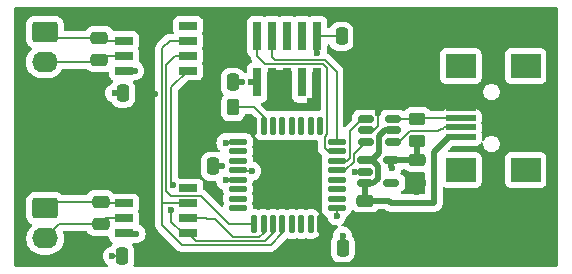
<source format=gbr>
%TF.GenerationSoftware,KiCad,Pcbnew,8.0.6*%
%TF.CreationDate,2025-02-16T10:37:52+01:00*%
%TF.ProjectId,USBTempLogger,55534254-656d-4704-9c6f-676765722e6b,rev?*%
%TF.SameCoordinates,Original*%
%TF.FileFunction,Copper,L1,Top*%
%TF.FilePolarity,Positive*%
%FSLAX46Y46*%
G04 Gerber Fmt 4.6, Leading zero omitted, Abs format (unit mm)*
G04 Created by KiCad (PCBNEW 8.0.6) date 2025-02-16 10:37:52*
%MOMM*%
%LPD*%
G01*
G04 APERTURE LIST*
G04 Aperture macros list*
%AMRoundRect*
0 Rectangle with rounded corners*
0 $1 Rounding radius*
0 $2 $3 $4 $5 $6 $7 $8 $9 X,Y pos of 4 corners*
0 Add a 4 corners polygon primitive as box body*
4,1,4,$2,$3,$4,$5,$6,$7,$8,$9,$2,$3,0*
0 Add four circle primitives for the rounded corners*
1,1,$1+$1,$2,$3*
1,1,$1+$1,$4,$5*
1,1,$1+$1,$6,$7*
1,1,$1+$1,$8,$9*
0 Add four rect primitives between the rounded corners*
20,1,$1+$1,$2,$3,$4,$5,0*
20,1,$1+$1,$4,$5,$6,$7,0*
20,1,$1+$1,$6,$7,$8,$9,0*
20,1,$1+$1,$8,$9,$2,$3,0*%
G04 Aperture macros list end*
%TA.AperFunction,SMDPad,CuDef*%
%ADD10RoundRect,0.250000X-0.250000X-0.475000X0.250000X-0.475000X0.250000X0.475000X-0.250000X0.475000X0*%
%TD*%
%TA.AperFunction,SMDPad,CuDef*%
%ADD11R,2.500000X0.500000*%
%TD*%
%TA.AperFunction,SMDPad,CuDef*%
%ADD12R,2.500000X2.000000*%
%TD*%
%TA.AperFunction,SMDPad,CuDef*%
%ADD13R,1.525000X0.650000*%
%TD*%
%TA.AperFunction,SMDPad,CuDef*%
%ADD14RoundRect,0.250000X-0.475000X0.250000X-0.475000X-0.250000X0.475000X-0.250000X0.475000X0.250000X0*%
%TD*%
%TA.AperFunction,ComponentPad*%
%ADD15RoundRect,0.250000X-0.845000X0.620000X-0.845000X-0.620000X0.845000X-0.620000X0.845000X0.620000X0*%
%TD*%
%TA.AperFunction,ComponentPad*%
%ADD16O,2.190000X1.740000*%
%TD*%
%TA.AperFunction,SMDPad,CuDef*%
%ADD17RoundRect,0.250000X0.450000X-0.262500X0.450000X0.262500X-0.450000X0.262500X-0.450000X-0.262500X0*%
%TD*%
%TA.AperFunction,SMDPad,CuDef*%
%ADD18R,0.740000X2.400000*%
%TD*%
%TA.AperFunction,SMDPad,CuDef*%
%ADD19RoundRect,0.250000X0.250000X0.475000X-0.250000X0.475000X-0.250000X-0.475000X0.250000X-0.475000X0*%
%TD*%
%TA.AperFunction,SMDPad,CuDef*%
%ADD20RoundRect,0.150000X-0.512500X-0.150000X0.512500X-0.150000X0.512500X0.150000X-0.512500X0.150000X0*%
%TD*%
%TA.AperFunction,SMDPad,CuDef*%
%ADD21RoundRect,0.125000X-0.625000X-0.125000X0.625000X-0.125000X0.625000X0.125000X-0.625000X0.125000X0*%
%TD*%
%TA.AperFunction,SMDPad,CuDef*%
%ADD22RoundRect,0.125000X-0.125000X-0.625000X0.125000X-0.625000X0.125000X0.625000X-0.125000X0.625000X0*%
%TD*%
%TA.AperFunction,SMDPad,CuDef*%
%ADD23RoundRect,0.250000X0.262500X0.450000X-0.262500X0.450000X-0.262500X-0.450000X0.262500X-0.450000X0*%
%TD*%
%TA.AperFunction,ViaPad*%
%ADD24C,0.600000*%
%TD*%
%TA.AperFunction,Conductor*%
%ADD25C,0.127000*%
%TD*%
%TA.AperFunction,Conductor*%
%ADD26C,0.500000*%
%TD*%
G04 APERTURE END LIST*
D10*
%TO.P,C4,1*%
%TO.N,NRST*%
X165200000Y-88000000D03*
%TO.P,C4,2*%
%TO.N,GNDD*%
X167100000Y-88000000D03*
%TD*%
%TO.P,C9,1*%
%TO.N,+3V3*%
X146700000Y-92800000D03*
%TO.P,C9,2*%
%TO.N,GNDD*%
X148600000Y-92800000D03*
%TD*%
D11*
%TO.P,J3,1,VBUS*%
%TO.N,+5V*%
X175300000Y-96500000D03*
%TO.P,J3,2,D-*%
%TO.N,D_N*%
X175300000Y-95700000D03*
%TO.P,J3,3,D+*%
%TO.N,D_P*%
X175300000Y-94900000D03*
%TO.P,J3,4,GND*%
%TO.N,GNDD*%
X175300000Y-94100000D03*
%TO.P,J3,5,Shield*%
X175300000Y-93300000D03*
D12*
%TO.P,J3,6*%
%TO.N,N/C*%
X175300000Y-99300000D03*
X180800000Y-99300000D03*
X175300000Y-90500000D03*
X180800000Y-90500000D03*
%TD*%
D13*
%TO.P,IC2,1,GND*%
%TO.N,GNDD*%
X146800000Y-100860000D03*
%TO.P,IC2,2,T-*%
%TO.N,Net-(IC2-T-)*%
X146800000Y-102130000D03*
%TO.P,IC2,3,T+*%
%TO.N,Net-(IC2-T+)*%
X146800000Y-103400000D03*
%TO.P,IC2,4,VCC*%
%TO.N,+3V3*%
X146800000Y-104670000D03*
%TO.P,IC2,5,SCK*%
%TO.N,SCK*%
X152224000Y-104670000D03*
%TO.P,IC2,6,~{CS}*%
%TO.N,CS2*%
X152224000Y-103400000D03*
%TO.P,IC2,7,SO*%
%TO.N,MISO*%
X152224000Y-102130000D03*
%TO.P,IC2,8,N.C.*%
%TO.N,unconnected-(IC2-N.C.-Pad8)*%
X152224000Y-100860000D03*
%TD*%
D14*
%TO.P,C10,1*%
%TO.N,Net-(IC2-T-)*%
X144800000Y-102000000D03*
%TO.P,C10,2*%
%TO.N,Net-(IC2-T+)*%
X144800000Y-103900000D03*
%TD*%
D15*
%TO.P,J4,1,Pin_1*%
%TO.N,Net-(IC2-T-)*%
X140100000Y-102560000D03*
D16*
%TO.P,J4,2,Pin_2*%
%TO.N,Net-(IC2-T+)*%
X140100000Y-105100000D03*
%TD*%
D17*
%TO.P,R2,1*%
%TO.N,+3V3*%
X171625000Y-96825000D03*
%TO.P,R2,2*%
%TO.N,D_P*%
X171625000Y-95000000D03*
%TD*%
D18*
%TO.P,J2,1,Pin_1*%
%TO.N,+3V3*%
X158060000Y-91900000D03*
%TO.P,J2,2,Pin_2*%
%TO.N,SWDIO*%
X158060000Y-88000000D03*
%TO.P,J2,3,Pin_3*%
%TO.N,GNDD*%
X159330000Y-91900000D03*
%TO.P,J2,4,Pin_4*%
%TO.N,SWCLK*%
X159330000Y-88000000D03*
%TO.P,J2,5,Pin_5*%
%TO.N,GNDD*%
X160600000Y-91900000D03*
%TO.P,J2,6,Pin_6*%
%TO.N,unconnected-(J2-Pin_6-Pad6)*%
X160600000Y-88000000D03*
%TO.P,J2,7,Pin_7*%
%TO.N,unconnected-(J2-Pin_7-Pad7)*%
X161870000Y-91900000D03*
%TO.P,J2,8,Pin_8*%
%TO.N,unconnected-(J2-Pin_8-Pad8)*%
X161870000Y-88000000D03*
%TO.P,J2,9,Pin_9*%
%TO.N,GNDD*%
X163140000Y-91900000D03*
%TO.P,J2,10,Pin_10*%
%TO.N,NRST*%
X163140000Y-88000000D03*
%TD*%
D19*
%TO.P,C3,1*%
%TO.N,+3V3*%
X154300000Y-99000000D03*
%TO.P,C3,2*%
%TO.N,GNDD*%
X152400000Y-99000000D03*
%TD*%
D10*
%TO.P,C8,1*%
%TO.N,+3V3*%
X146600000Y-106600000D03*
%TO.P,C8,2*%
%TO.N,GNDD*%
X148500000Y-106600000D03*
%TD*%
D14*
%TO.P,C7,1*%
%TO.N,+5V*%
X167200000Y-101900000D03*
%TO.P,C7,2*%
%TO.N,GNDD*%
X167200000Y-103800000D03*
%TD*%
D19*
%TO.P,C6,1*%
%TO.N,+3V3*%
X156000000Y-91900000D03*
%TO.P,C6,2*%
%TO.N,GNDD*%
X154100000Y-91900000D03*
%TD*%
D13*
%TO.P,IC1,1,GND*%
%TO.N,GNDD*%
X146788000Y-87095000D03*
%TO.P,IC1,2,T-*%
%TO.N,Net-(IC1-T-)*%
X146788000Y-88365000D03*
%TO.P,IC1,3,T+*%
%TO.N,Net-(IC1-T+)*%
X146788000Y-89635000D03*
%TO.P,IC1,4,VCC*%
%TO.N,+3V3*%
X146788000Y-90905000D03*
%TO.P,IC1,5,SCK*%
%TO.N,SCK*%
X152212000Y-90905000D03*
%TO.P,IC1,6,~{CS}*%
%TO.N,CS1*%
X152212000Y-89635000D03*
%TO.P,IC1,7,SO*%
%TO.N,MISO*%
X152212000Y-88365000D03*
%TO.P,IC1,8,N.C.*%
%TO.N,unconnected-(IC1-N.C.-Pad8)*%
X152212000Y-87095000D03*
%TD*%
D20*
%TO.P,U2,1,I/O1*%
%TO.N,USB+*%
X167250000Y-95000000D03*
%TO.P,U2,2,GND*%
%TO.N,GNDD*%
X167250000Y-95950000D03*
%TO.P,U2,3,I/O2*%
%TO.N,USB-*%
X167250000Y-96900000D03*
%TO.P,U2,4,I/O2*%
%TO.N,D_N*%
X169525000Y-96900000D03*
%TO.P,U2,5,VBUS*%
%TO.N,+5V*%
X169525000Y-95950000D03*
%TO.P,U2,6,I/O1*%
%TO.N,D_P*%
X169525000Y-95000000D03*
%TD*%
D19*
%TO.P,C2,1*%
%TO.N,+3V3*%
X165300000Y-105900000D03*
%TO.P,C2,2*%
%TO.N,GNDD*%
X163400000Y-105900000D03*
%TD*%
D21*
%TO.P,U1,1,VDD*%
%TO.N,+3V3*%
X156425000Y-96925000D03*
%TO.P,U1,2,PC14*%
%TO.N,unconnected-(U1-PC14-Pad2)*%
X156425000Y-97725000D03*
%TO.P,U1,3,PC15*%
%TO.N,unconnected-(U1-PC15-Pad3)*%
X156425000Y-98525000D03*
%TO.P,U1,4,NRST*%
%TO.N,NRST*%
X156425000Y-99325000D03*
%TO.P,U1,5,VDDA*%
%TO.N,+3V3*%
X156425000Y-100125000D03*
%TO.P,U1,6,PA0*%
%TO.N,unconnected-(U1-PA0-Pad6)*%
X156425000Y-100925000D03*
%TO.P,U1,7,PA1*%
%TO.N,unconnected-(U1-PA1-Pad7)*%
X156425000Y-101725000D03*
%TO.P,U1,8,PA2*%
%TO.N,unconnected-(U1-PA2-Pad8)*%
X156425000Y-102525000D03*
D22*
%TO.P,U1,9,PA3*%
%TO.N,CS1*%
X157800000Y-103900000D03*
%TO.P,U1,10,PA4*%
%TO.N,CS2*%
X158600000Y-103900000D03*
%TO.P,U1,11,PA5*%
%TO.N,SCK*%
X159400000Y-103900000D03*
%TO.P,U1,12,PA6*%
%TO.N,MISO*%
X160200000Y-103900000D03*
%TO.P,U1,13,PA7*%
%TO.N,MOSI*%
X161000000Y-103900000D03*
%TO.P,U1,14,PB0*%
%TO.N,CS3*%
X161800000Y-103900000D03*
%TO.P,U1,15,PB1*%
%TO.N,CS4*%
X162600000Y-103900000D03*
%TO.P,U1,16,VSS*%
%TO.N,GNDD*%
X163400000Y-103900000D03*
D21*
%TO.P,U1,17,VDD*%
%TO.N,+3V3*%
X164775000Y-102525000D03*
%TO.P,U1,18,PA8*%
%TO.N,unconnected-(U1-PA8-Pad18)*%
X164775000Y-101725000D03*
%TO.P,U1,19,PA9*%
%TO.N,SCL*%
X164775000Y-100925000D03*
%TO.P,U1,20,PA10*%
%TO.N,SDA*%
X164775000Y-100125000D03*
%TO.P,U1,21,PA11*%
%TO.N,USB-*%
X164775000Y-99325000D03*
%TO.P,U1,22,PA12*%
%TO.N,USB+*%
X164775000Y-98525000D03*
%TO.P,U1,23,PA13*%
%TO.N,SWDIO*%
X164775000Y-97725000D03*
%TO.P,U1,24,PA14*%
%TO.N,SWCLK*%
X164775000Y-96925000D03*
D22*
%TO.P,U1,25,PA15*%
%TO.N,unconnected-(U1-PA15-Pad25)*%
X163400000Y-95550000D03*
%TO.P,U1,26,PB3*%
%TO.N,unconnected-(U1-PB3-Pad26)*%
X162600000Y-95550000D03*
%TO.P,U1,27,PB4*%
%TO.N,unconnected-(U1-PB4-Pad27)*%
X161800000Y-95550000D03*
%TO.P,U1,28,PB5*%
%TO.N,unconnected-(U1-PB5-Pad28)*%
X161000000Y-95550000D03*
%TO.P,U1,29,PB6*%
%TO.N,unconnected-(U1-PB6-Pad29)*%
X160200000Y-95550000D03*
%TO.P,U1,30,PB7*%
%TO.N,unconnected-(U1-PB7-Pad30)*%
X159400000Y-95550000D03*
%TO.P,U1,31,BOOT0*%
%TO.N,Net-(U1-BOOT0)*%
X158600000Y-95550000D03*
%TO.P,U1,32,VSS*%
%TO.N,GNDD*%
X157800000Y-95550000D03*
%TD*%
D20*
%TO.P,U3,1,VIN*%
%TO.N,+5V*%
X167150000Y-98500000D03*
%TO.P,U3,2,GND*%
%TO.N,GNDD*%
X167150000Y-99450000D03*
%TO.P,U3,3,EN*%
%TO.N,+5V*%
X167150000Y-100400000D03*
%TO.P,U3,4,NC*%
%TO.N,unconnected-(U3-NC-Pad4)*%
X169425000Y-100400000D03*
%TO.P,U3,5,VOUT*%
%TO.N,+3V3*%
X169425000Y-98500000D03*
%TD*%
D23*
%TO.P,R1,1*%
%TO.N,Net-(U1-BOOT0)*%
X156000000Y-94000000D03*
%TO.P,R1,2*%
%TO.N,GNDD*%
X154175000Y-94000000D03*
%TD*%
D14*
%TO.P,C5,1*%
%TO.N,+3V3*%
X171625000Y-98500000D03*
%TO.P,C5,2*%
%TO.N,GNDD*%
X171625000Y-100400000D03*
%TD*%
D15*
%TO.P,J1,1,Pin_1*%
%TO.N,Net-(IC1-T-)*%
X140080000Y-87630000D03*
D16*
%TO.P,J1,2,Pin_2*%
%TO.N,Net-(IC1-T+)*%
X140080000Y-90170000D03*
%TD*%
D14*
%TO.P,C1,1*%
%TO.N,Net-(IC1-T-)*%
X144700000Y-88100000D03*
%TO.P,C1,2*%
%TO.N,Net-(IC1-T+)*%
X144700000Y-90000000D03*
%TD*%
D24*
%TO.N,GNDD*%
X171600000Y-101200000D03*
X167900000Y-88100000D03*
X147800000Y-87200000D03*
X149400000Y-92900000D03*
X153200000Y-92200000D03*
X162700000Y-105900000D03*
X162536500Y-93502601D03*
X159300000Y-93400000D03*
X168307485Y-94495657D03*
X167100000Y-104600000D03*
X153400000Y-93900000D03*
X151600000Y-99000000D03*
X147900000Y-100900000D03*
X173700000Y-94100000D03*
X149300000Y-106600000D03*
X157200000Y-95500000D03*
X166300000Y-99500000D03*
%TO.N,+3V3*%
X147800000Y-104700000D03*
X147700000Y-90900000D03*
X155400000Y-97000000D03*
X155400000Y-100200000D03*
X146000000Y-92800000D03*
X157500000Y-91900000D03*
X156800000Y-91900000D03*
X145800000Y-106600000D03*
X164800000Y-103200000D03*
X169500000Y-99100000D03*
X155100000Y-99000000D03*
X165300000Y-104900000D03*
%TO.N,NRST*%
X163100000Y-89400000D03*
X157600000Y-99400000D03*
%TO.N,SCK*%
X150800000Y-102700000D03*
X150890500Y-100600000D03*
%TD*%
D25*
%TO.N,Net-(IC1-T+)*%
X144330000Y-90170000D02*
X140080000Y-90170000D01*
X144500000Y-90000000D02*
X144330000Y-90170000D01*
X144700000Y-90000000D02*
X144500000Y-90000000D01*
X146788000Y-89635000D02*
X145065000Y-89635000D01*
X145065000Y-89635000D02*
X144700000Y-90000000D01*
%TO.N,Net-(IC1-T-)*%
X144700000Y-88100000D02*
X140550000Y-88100000D01*
X140550000Y-88100000D02*
X140080000Y-87630000D01*
X146788000Y-88365000D02*
X144965000Y-88365000D01*
X144965000Y-88365000D02*
X144700000Y-88100000D01*
%TO.N,GNDD*%
X167250000Y-95950000D02*
X167912499Y-95950000D01*
X157800000Y-95550000D02*
X157250000Y-95550000D01*
X167800000Y-88000000D02*
X167900000Y-88100000D01*
X167200000Y-103800000D02*
X167200000Y-104500000D01*
X166350000Y-99450000D02*
X166300000Y-99500000D01*
X149300000Y-92800000D02*
X149400000Y-92900000D01*
X153500000Y-91900000D02*
X153200000Y-92200000D01*
X167150000Y-99450000D02*
X166350000Y-99450000D01*
X168307485Y-95555014D02*
X168307485Y-94495657D01*
X152400000Y-99000000D02*
X151600000Y-99000000D01*
X147695000Y-87095000D02*
X147800000Y-87200000D01*
X154175000Y-94000000D02*
X153500000Y-94000000D01*
X153500000Y-94000000D02*
X153400000Y-93900000D01*
X157250000Y-95550000D02*
X157200000Y-95500000D01*
X159330000Y-91900000D02*
X159330000Y-93370000D01*
X167100000Y-88000000D02*
X167800000Y-88000000D01*
X148600000Y-92800000D02*
X149300000Y-92800000D01*
X147860000Y-100860000D02*
X147900000Y-100900000D01*
X154100000Y-91900000D02*
X153500000Y-91900000D01*
X175300000Y-94100000D02*
X173700000Y-94100000D01*
X160600000Y-91900000D02*
X159330000Y-91900000D01*
X146800000Y-100860000D02*
X147860000Y-100860000D01*
X159330000Y-93370000D02*
X159300000Y-93400000D01*
X163140000Y-92899101D02*
X162536500Y-93502601D01*
X171625000Y-101175000D02*
X171600000Y-101200000D01*
X146788000Y-87095000D02*
X147695000Y-87095000D01*
X175300000Y-93300000D02*
X175300000Y-94100000D01*
X167912499Y-95950000D02*
X168307485Y-95555014D01*
X167200000Y-104500000D02*
X167100000Y-104600000D01*
X148500000Y-106600000D02*
X149300000Y-106600000D01*
X171625000Y-100400000D02*
X171625000Y-101175000D01*
X163400000Y-103900000D02*
X163400000Y-105900000D01*
X163400000Y-105900000D02*
X162700000Y-105900000D01*
X163140000Y-91900000D02*
X163140000Y-92899101D01*
D26*
%TO.N,+3V3*%
X171625000Y-98500000D02*
X169425000Y-98500000D01*
D25*
X164775000Y-103175000D02*
X164800000Y-103200000D01*
D26*
X169425000Y-99025000D02*
X169500000Y-99100000D01*
D25*
X156425000Y-100125000D02*
X155475000Y-100125000D01*
X156425000Y-96925000D02*
X155475000Y-96925000D01*
X146800000Y-104670000D02*
X147770000Y-104670000D01*
X146700000Y-92800000D02*
X146000000Y-92800000D01*
X165300000Y-105900000D02*
X165300000Y-104900000D01*
D26*
X169425000Y-98500000D02*
X169425000Y-99025000D01*
D25*
X147770000Y-104670000D02*
X147800000Y-104700000D01*
X146788000Y-90905000D02*
X147695000Y-90905000D01*
X156000000Y-91900000D02*
X156800000Y-91900000D01*
X154300000Y-99000000D02*
X155100000Y-99000000D01*
X158060000Y-91900000D02*
X157500000Y-91900000D01*
X147695000Y-90905000D02*
X147700000Y-90900000D01*
X146600000Y-106600000D02*
X145800000Y-106600000D01*
X155475000Y-100125000D02*
X155400000Y-100200000D01*
X164775000Y-102525000D02*
X164775000Y-103175000D01*
D26*
X171625000Y-96825000D02*
X171625000Y-98500000D01*
D25*
X155475000Y-96925000D02*
X155400000Y-97000000D01*
%TO.N,NRST*%
X165200000Y-88000000D02*
X163140000Y-88000000D01*
X157600000Y-99400000D02*
X156500000Y-99400000D01*
X163140000Y-88000000D02*
X163140000Y-89360000D01*
X163140000Y-89360000D02*
X163100000Y-89400000D01*
X156500000Y-99400000D02*
X156425000Y-99325000D01*
D26*
%TO.N,+5V*%
X167812499Y-98500000D02*
X168262500Y-98950001D01*
X169400000Y-102100000D02*
X169200000Y-101900000D01*
X168400000Y-96412501D02*
X168862501Y-95950000D01*
X167900000Y-100400000D02*
X167150000Y-100400000D01*
X167200000Y-101900000D02*
X167200000Y-100450000D01*
X168862501Y-95950000D02*
X169525000Y-95950000D01*
X167812499Y-98500000D02*
X168400000Y-97912499D01*
X175300000Y-96500000D02*
X174300000Y-96500000D01*
X173000000Y-97800000D02*
X173000000Y-102100000D01*
X174300000Y-96500000D02*
X173000000Y-97800000D01*
X173000000Y-102100000D02*
X169400000Y-102100000D01*
X167200000Y-100450000D02*
X167150000Y-100400000D01*
X168400000Y-97912499D02*
X168400000Y-96412501D01*
X168262500Y-100037500D02*
X167900000Y-100400000D01*
X168262500Y-98950001D02*
X168262500Y-100037500D01*
X169200000Y-101900000D02*
X167200000Y-101900000D01*
X167150000Y-98500000D02*
X167812499Y-98500000D01*
D25*
%TO.N,SCK*%
X150800000Y-92300000D02*
X150800000Y-100509500D01*
X152195000Y-90905000D02*
X150800000Y-92300000D01*
X150800000Y-103683500D02*
X151786500Y-104670000D01*
X151786500Y-104670000D02*
X152224000Y-104670000D01*
X152881000Y-105327000D02*
X158722999Y-105327000D01*
X159400000Y-104649999D02*
X159400000Y-103900000D01*
X150800000Y-102700000D02*
X150800000Y-103683500D01*
X152224000Y-104670000D02*
X152881000Y-105327000D01*
X158722999Y-105327000D02*
X159400000Y-104649999D01*
X152212000Y-90905000D02*
X152195000Y-90905000D01*
X150800000Y-100509500D02*
X150890500Y-100600000D01*
%TO.N,MISO*%
X150000000Y-104000000D02*
X150000000Y-102100000D01*
X150000000Y-89000000D02*
X150635000Y-88365000D01*
X159195999Y-105654000D02*
X151654000Y-105654000D01*
X160200000Y-104649999D02*
X159195999Y-105654000D01*
X150000000Y-102100000D02*
X150000000Y-101600000D01*
X152224000Y-102130000D02*
X151879500Y-102130000D01*
X150000000Y-101600000D02*
X150000000Y-89000000D01*
X151879500Y-102130000D02*
X151849500Y-102100000D01*
X160200000Y-103900000D02*
X160200000Y-104649999D01*
X150635000Y-88365000D02*
X152212000Y-88365000D01*
X151849500Y-102100000D02*
X150000000Y-102100000D01*
X151654000Y-105654000D02*
X150000000Y-104000000D01*
%TO.N,CS1*%
X150327000Y-101100000D02*
X150768500Y-101541500D01*
X152212000Y-89635000D02*
X151092000Y-89635000D01*
X155700000Y-103900000D02*
X157800000Y-103900000D01*
X150327000Y-90400000D02*
X150327000Y-101100000D01*
X151092000Y-89635000D02*
X150327000Y-90400000D01*
X150768500Y-101541500D02*
X153341500Y-101541500D01*
X153341500Y-101541500D02*
X155700000Y-103900000D01*
%TO.N,SWDIO*%
X164000000Y-90663000D02*
X163637000Y-90300000D01*
X163761500Y-97461499D02*
X163761500Y-96491386D01*
X158700000Y-90300000D02*
X158060000Y-89660000D01*
X164775000Y-97725000D02*
X164025001Y-97725000D01*
X164025001Y-97725000D02*
X163761500Y-97461499D01*
X163761500Y-96491386D02*
X164000000Y-96252886D01*
X158060000Y-89660000D02*
X158060000Y-88000000D01*
X163637000Y-90300000D02*
X158700000Y-90300000D01*
X164000000Y-96252886D02*
X164000000Y-90663000D01*
%TO.N,SWCLK*%
X159330000Y-89703000D02*
X159330000Y-88000000D01*
X159600000Y-89973000D02*
X159330000Y-89703000D01*
X164775000Y-90975552D02*
X163772448Y-89973000D01*
X164775000Y-96925000D02*
X164775000Y-90975552D01*
X163772448Y-89973000D02*
X159600000Y-89973000D01*
%TO.N,D_P*%
X175300000Y-94900000D02*
X171725000Y-94900000D01*
X171725000Y-94900000D02*
X171625000Y-95000000D01*
X171625000Y-95000000D02*
X169525000Y-95000000D01*
%TO.N,D_N*%
X171004374Y-96000000D02*
X173400000Y-96000000D01*
X173800000Y-95800000D02*
X173900000Y-95700000D01*
X173600000Y-95800000D02*
X173800000Y-95800000D01*
X173400000Y-96000000D02*
X173600000Y-95800000D01*
X170104374Y-96900000D02*
X171004374Y-96000000D01*
X173900000Y-95700000D02*
X175300000Y-95700000D01*
X169525000Y-96900000D02*
X170104374Y-96900000D01*
%TO.N,Net-(U1-BOOT0)*%
X158600000Y-95550000D02*
X158600000Y-94800001D01*
X157799999Y-94000000D02*
X156000000Y-94000000D01*
X158600000Y-94800001D02*
X157799999Y-94000000D01*
%TO.N,USB-*%
X164775000Y-99325000D02*
X165524999Y-99325000D01*
X166224000Y-97926000D02*
X167250000Y-96900000D01*
X166224000Y-98625999D02*
X166224000Y-97926000D01*
X165524999Y-99325000D02*
X166224000Y-98625999D01*
%TO.N,CS2*%
X153700000Y-103400000D02*
X152224000Y-103400000D01*
X156000000Y-105000000D02*
X154500000Y-103500000D01*
X158600000Y-103900000D02*
X158600000Y-104649999D01*
X158249999Y-105000000D02*
X156000000Y-105000000D01*
X153800000Y-103500000D02*
X153700000Y-103400000D01*
X158600000Y-104649999D02*
X158249999Y-105000000D01*
X154500000Y-103500000D02*
X153800000Y-103500000D01*
%TO.N,USB+*%
X166948566Y-95000000D02*
X167250000Y-95000000D01*
X165897000Y-98303000D02*
X165897000Y-96051566D01*
X164775000Y-98525000D02*
X165675000Y-98525000D01*
X165675000Y-98525000D02*
X165897000Y-98303000D01*
X165897000Y-96051566D02*
X166948566Y-95000000D01*
%TO.N,Net-(IC2-T+)*%
X146800000Y-103400000D02*
X145300000Y-103400000D01*
X141300000Y-103900000D02*
X140100000Y-105100000D01*
X145300000Y-103400000D02*
X144800000Y-103900000D01*
X144800000Y-103900000D02*
X141300000Y-103900000D01*
%TO.N,Net-(IC2-T-)*%
X144930000Y-102130000D02*
X144800000Y-102000000D01*
X144800000Y-102000000D02*
X140660000Y-102000000D01*
X146800000Y-102130000D02*
X144930000Y-102130000D01*
X140660000Y-102000000D02*
X140100000Y-102560000D01*
%TD*%
%TA.AperFunction,Conductor*%
%TO.N,GNDD*%
G36*
X170604809Y-99270185D02*
G01*
X170625451Y-99286819D01*
X170681344Y-99342712D01*
X170830666Y-99434814D01*
X170997203Y-99489999D01*
X171099991Y-99500500D01*
X172125500Y-99500499D01*
X172192539Y-99520183D01*
X172238294Y-99572987D01*
X172249500Y-99624499D01*
X172249500Y-101225500D01*
X172229815Y-101292539D01*
X172177011Y-101338294D01*
X172125500Y-101349500D01*
X170316779Y-101349500D01*
X170249740Y-101329815D01*
X170203985Y-101277011D01*
X170194041Y-101207853D01*
X170223066Y-101144297D01*
X170253658Y-101118768D01*
X170301982Y-101090189D01*
X170339365Y-101068081D01*
X170455581Y-100951865D01*
X170539244Y-100810398D01*
X170585098Y-100652569D01*
X170588000Y-100615694D01*
X170588000Y-100184306D01*
X170585098Y-100147431D01*
X170578810Y-100125789D01*
X170539245Y-99989606D01*
X170539244Y-99989603D01*
X170539244Y-99989602D01*
X170455581Y-99848135D01*
X170455579Y-99848133D01*
X170455576Y-99848129D01*
X170339370Y-99731923D01*
X170339362Y-99731917D01*
X170236836Y-99671284D01*
X170189153Y-99620215D01*
X170176649Y-99551474D01*
X170194962Y-99498581D01*
X170225789Y-99449522D01*
X170266371Y-99333543D01*
X170307091Y-99276770D01*
X170372044Y-99251022D01*
X170383412Y-99250500D01*
X170537770Y-99250500D01*
X170604809Y-99270185D01*
G37*
%TD.AperFunction*%
%TA.AperFunction,Conductor*%
G36*
X166462064Y-99276427D02*
G01*
X166534931Y-99297598D01*
X166571806Y-99300500D01*
X167388000Y-99300500D01*
X167455039Y-99320185D01*
X167500794Y-99372989D01*
X167512000Y-99424500D01*
X167512000Y-99475500D01*
X167492315Y-99542539D01*
X167439511Y-99588294D01*
X167388000Y-99599500D01*
X166571798Y-99599500D01*
X166534932Y-99602401D01*
X166534926Y-99602402D01*
X166377106Y-99648254D01*
X166377105Y-99648254D01*
X166297491Y-99695337D01*
X166229767Y-99712518D01*
X166163504Y-99690358D01*
X166119742Y-99635892D01*
X166112373Y-99566412D01*
X166143738Y-99503978D01*
X166146650Y-99500964D01*
X166339794Y-99307820D01*
X166401113Y-99274338D01*
X166462064Y-99276427D01*
G37*
%TD.AperFunction*%
%TA.AperFunction,Conductor*%
G36*
X167741359Y-95820185D02*
G01*
X167787114Y-95872989D01*
X167797058Y-95942147D01*
X167777421Y-95993392D01*
X167743343Y-96044392D01*
X167689731Y-96089196D01*
X167640242Y-96099500D01*
X166946044Y-96099500D01*
X166879005Y-96079815D01*
X166833250Y-96027011D01*
X166823306Y-95957853D01*
X166852331Y-95894297D01*
X166858363Y-95887819D01*
X166909363Y-95836819D01*
X166970686Y-95803334D01*
X166997044Y-95800500D01*
X167674320Y-95800500D01*
X167741359Y-95820185D01*
G37*
%TD.AperFunction*%
%TA.AperFunction,Conductor*%
G36*
X160942539Y-90883685D02*
G01*
X160988294Y-90936489D01*
X160999500Y-90988000D01*
X160999500Y-93147870D01*
X160999501Y-93147876D01*
X161005908Y-93207483D01*
X161056202Y-93342328D01*
X161056206Y-93342335D01*
X161142452Y-93457544D01*
X161142455Y-93457547D01*
X161257664Y-93543793D01*
X161257671Y-93543797D01*
X161392517Y-93594091D01*
X161392516Y-93594091D01*
X161399444Y-93594835D01*
X161452127Y-93600500D01*
X162287872Y-93600499D01*
X162347483Y-93594091D01*
X162482331Y-93543796D01*
X162597546Y-93457546D01*
X162683796Y-93342331D01*
X162734091Y-93207483D01*
X162740500Y-93147873D01*
X162740499Y-90987999D01*
X162760184Y-90920961D01*
X162812987Y-90875206D01*
X162864499Y-90864000D01*
X163312000Y-90864000D01*
X163379039Y-90883685D01*
X163424794Y-90936489D01*
X163436000Y-90988000D01*
X163436000Y-94175500D01*
X163416315Y-94242539D01*
X163363511Y-94288294D01*
X163312001Y-94299500D01*
X163211848Y-94299500D01*
X163211824Y-94299501D01*
X163176375Y-94302290D01*
X163034594Y-94343481D01*
X162965406Y-94343481D01*
X162853648Y-94311013D01*
X162823627Y-94302291D01*
X162823625Y-94302290D01*
X162823620Y-94302290D01*
X162788163Y-94299500D01*
X162411849Y-94299500D01*
X162411824Y-94299501D01*
X162376375Y-94302290D01*
X162234594Y-94343481D01*
X162165406Y-94343481D01*
X162053648Y-94311013D01*
X162023627Y-94302291D01*
X162023625Y-94302290D01*
X162023620Y-94302290D01*
X161988163Y-94299500D01*
X161611849Y-94299500D01*
X161611824Y-94299501D01*
X161576375Y-94302290D01*
X161434594Y-94343481D01*
X161365406Y-94343481D01*
X161253648Y-94311013D01*
X161223627Y-94302291D01*
X161223625Y-94302290D01*
X161223620Y-94302290D01*
X161188163Y-94299500D01*
X160811849Y-94299500D01*
X160811824Y-94299501D01*
X160776375Y-94302290D01*
X160634594Y-94343481D01*
X160565406Y-94343481D01*
X160453648Y-94311013D01*
X160423627Y-94302291D01*
X160423625Y-94302290D01*
X160423620Y-94302290D01*
X160388163Y-94299500D01*
X160011849Y-94299500D01*
X160011824Y-94299501D01*
X159976375Y-94302290D01*
X159834594Y-94343481D01*
X159765406Y-94343481D01*
X159653648Y-94311013D01*
X159623627Y-94302291D01*
X159623625Y-94302290D01*
X159623620Y-94302290D01*
X159588163Y-94299500D01*
X159211849Y-94299500D01*
X159211824Y-94299501D01*
X159176375Y-94302290D01*
X159034594Y-94343481D01*
X158965415Y-94343483D01*
X158961724Y-94342411D01*
X158908628Y-94311013D01*
X158408537Y-93810922D01*
X158375052Y-93749599D01*
X158380036Y-93679907D01*
X158421908Y-93623974D01*
X158482964Y-93599951D01*
X158537483Y-93594091D01*
X158672331Y-93543796D01*
X158787546Y-93457546D01*
X158873796Y-93342331D01*
X158924091Y-93207483D01*
X158930500Y-93147873D01*
X158930499Y-90987999D01*
X158950184Y-90920961D01*
X159002987Y-90875206D01*
X159054499Y-90864000D01*
X160875500Y-90864000D01*
X160942539Y-90883685D01*
G37*
%TD.AperFunction*%
%TA.AperFunction,Conductor*%
G36*
X183442539Y-85520185D02*
G01*
X183488294Y-85572989D01*
X183499500Y-85624500D01*
X183499500Y-107375500D01*
X183479815Y-107442539D01*
X183427011Y-107488294D01*
X183375500Y-107499500D01*
X147671685Y-107499500D01*
X147604646Y-107479815D01*
X147558891Y-107427011D01*
X147548947Y-107357853D01*
X147553977Y-107336502D01*
X147589999Y-107227797D01*
X147600500Y-107125009D01*
X147600499Y-106074992D01*
X147589999Y-105972203D01*
X147534814Y-105805666D01*
X147460136Y-105684593D01*
X147441697Y-105617203D01*
X147462620Y-105550540D01*
X147516262Y-105505770D01*
X147565676Y-105495499D01*
X147610363Y-105495499D01*
X147610372Y-105495499D01*
X147648124Y-105491440D01*
X147675255Y-105491508D01*
X147776437Y-105502909D01*
X147799999Y-105505565D01*
X147800000Y-105505565D01*
X147800003Y-105505565D01*
X147979249Y-105485369D01*
X147979252Y-105485368D01*
X147979255Y-105485368D01*
X148149522Y-105425789D01*
X148302262Y-105329816D01*
X148429816Y-105202262D01*
X148525789Y-105049522D01*
X148585368Y-104879255D01*
X148588235Y-104853812D01*
X148605565Y-104700003D01*
X148605565Y-104699996D01*
X148585369Y-104520750D01*
X148585368Y-104520745D01*
X148572400Y-104483685D01*
X148525789Y-104350478D01*
X148523166Y-104346304D01*
X148442355Y-104217694D01*
X148429816Y-104197738D01*
X148302262Y-104070184D01*
X148292420Y-104064000D01*
X148149519Y-103974209D01*
X148138125Y-103970222D01*
X148081349Y-103929501D01*
X148055602Y-103864548D01*
X148055790Y-103839926D01*
X148056589Y-103832486D01*
X148056591Y-103832483D01*
X148063000Y-103772873D01*
X148062999Y-103027128D01*
X148056591Y-102967517D01*
X148044394Y-102934814D01*
X148006297Y-102832670D01*
X148002047Y-102824888D01*
X148005257Y-102823134D01*
X147986861Y-102774001D01*
X148001627Y-102705709D01*
X148002252Y-102704736D01*
X148006297Y-102697329D01*
X148024136Y-102649500D01*
X148056591Y-102562483D01*
X148063000Y-102502873D01*
X148062999Y-101757128D01*
X148056591Y-101697517D01*
X148027928Y-101620668D01*
X148006297Y-101562671D01*
X148006293Y-101562664D01*
X147920047Y-101447455D01*
X147920044Y-101447452D01*
X147804835Y-101361206D01*
X147804828Y-101361202D01*
X147669982Y-101310908D01*
X147669983Y-101310908D01*
X147610383Y-101304501D01*
X147610381Y-101304500D01*
X147610373Y-101304500D01*
X147610364Y-101304500D01*
X145989629Y-101304500D01*
X145989623Y-101304501D01*
X145959439Y-101307746D01*
X145890680Y-101295339D01*
X145858505Y-101272137D01*
X145743657Y-101157289D01*
X145743656Y-101157288D01*
X145634864Y-101090185D01*
X145594336Y-101065187D01*
X145594331Y-101065185D01*
X145570134Y-101057167D01*
X145427797Y-101010001D01*
X145427795Y-101010000D01*
X145325010Y-100999500D01*
X144274998Y-100999500D01*
X144274980Y-100999501D01*
X144172203Y-101010000D01*
X144172200Y-101010001D01*
X144005668Y-101065185D01*
X144005663Y-101065187D01*
X143856342Y-101157289D01*
X143732287Y-101281344D01*
X143673228Y-101377096D01*
X143621280Y-101423821D01*
X143567689Y-101436000D01*
X141553730Y-101436000D01*
X141486691Y-101416315D01*
X141466049Y-101399681D01*
X141413657Y-101347289D01*
X141413656Y-101347288D01*
X141264334Y-101255186D01*
X141097797Y-101200001D01*
X141097795Y-101200000D01*
X140995010Y-101189500D01*
X139204998Y-101189500D01*
X139204981Y-101189501D01*
X139102203Y-101200000D01*
X139102200Y-101200001D01*
X138935668Y-101255185D01*
X138935663Y-101255187D01*
X138786342Y-101347289D01*
X138662289Y-101471342D01*
X138570187Y-101620663D01*
X138570186Y-101620666D01*
X138515001Y-101787203D01*
X138515001Y-101787204D01*
X138515000Y-101787204D01*
X138504500Y-101889983D01*
X138504500Y-103230001D01*
X138504501Y-103230018D01*
X138515000Y-103332796D01*
X138515001Y-103332799D01*
X138570185Y-103499331D01*
X138570186Y-103499334D01*
X138662288Y-103648656D01*
X138786344Y-103772712D01*
X138935666Y-103864814D01*
X138935668Y-103864814D01*
X138935669Y-103864815D01*
X138936348Y-103865132D01*
X138936735Y-103865473D01*
X138941813Y-103868605D01*
X138941277Y-103869472D01*
X138988787Y-103911304D01*
X139007939Y-103978498D01*
X138987723Y-104045379D01*
X138971625Y-104065195D01*
X138829640Y-104207180D01*
X138702843Y-104381700D01*
X138604909Y-104573908D01*
X138538245Y-104779077D01*
X138504500Y-104992133D01*
X138504500Y-105207866D01*
X138538245Y-105420922D01*
X138538246Y-105420926D01*
X138604908Y-105626089D01*
X138702843Y-105818299D01*
X138829641Y-105992821D01*
X138982179Y-106145359D01*
X139156701Y-106272157D01*
X139348911Y-106370092D01*
X139554074Y-106436754D01*
X139633973Y-106449408D01*
X139767134Y-106470500D01*
X139767139Y-106470500D01*
X140432866Y-106470500D01*
X140551230Y-106451752D01*
X140645926Y-106436754D01*
X140851089Y-106370092D01*
X141043299Y-106272157D01*
X141217821Y-106145359D01*
X141370359Y-105992821D01*
X141497157Y-105818299D01*
X141595092Y-105626089D01*
X141661754Y-105420926D01*
X141685309Y-105272204D01*
X141695500Y-105207866D01*
X141695500Y-104992133D01*
X141661754Y-104779077D01*
X141661754Y-104779074D01*
X141612119Y-104626317D01*
X141610125Y-104556477D01*
X141646205Y-104496644D01*
X141708906Y-104465816D01*
X141730051Y-104464000D01*
X143567689Y-104464000D01*
X143634728Y-104483685D01*
X143673228Y-104522904D01*
X143728578Y-104612642D01*
X143732288Y-104618656D01*
X143856344Y-104742712D01*
X144005666Y-104834814D01*
X144172203Y-104889999D01*
X144274991Y-104900500D01*
X145325008Y-104900499D01*
X145400400Y-104892797D01*
X145469090Y-104905566D01*
X145519975Y-104953446D01*
X145537000Y-105016151D01*
X145537000Y-105042868D01*
X145537001Y-105042876D01*
X145543408Y-105102483D01*
X145593702Y-105237328D01*
X145593706Y-105237335D01*
X145662858Y-105329709D01*
X145679954Y-105352546D01*
X145783360Y-105429956D01*
X145825230Y-105485888D01*
X145830214Y-105555580D01*
X145796730Y-105616901D01*
X145757288Y-105656343D01*
X145757285Y-105656347D01*
X145693311Y-105760065D01*
X145641363Y-105806790D01*
X145627118Y-105811765D01*
X145627317Y-105812333D01*
X145620747Y-105814631D01*
X145620745Y-105814632D01*
X145558158Y-105836531D01*
X145450478Y-105874210D01*
X145297737Y-105970184D01*
X145170184Y-106097737D01*
X145074211Y-106250476D01*
X145014631Y-106420745D01*
X145014630Y-106420750D01*
X144994435Y-106599996D01*
X144994435Y-106600003D01*
X145014630Y-106779249D01*
X145014631Y-106779254D01*
X145074211Y-106949523D01*
X145143511Y-107059812D01*
X145170184Y-107102262D01*
X145297738Y-107229816D01*
X145362496Y-107270506D01*
X145408787Y-107322841D01*
X145419435Y-107391894D01*
X145391060Y-107455743D01*
X145332670Y-107494115D01*
X145296524Y-107499500D01*
X137624500Y-107499500D01*
X137557461Y-107479815D01*
X137511706Y-107427011D01*
X137500500Y-107375500D01*
X137500500Y-86959983D01*
X138484500Y-86959983D01*
X138484500Y-88300001D01*
X138484501Y-88300018D01*
X138495000Y-88402796D01*
X138495001Y-88402799D01*
X138543344Y-88548687D01*
X138550186Y-88569334D01*
X138642288Y-88718656D01*
X138766344Y-88842712D01*
X138915666Y-88934814D01*
X138915668Y-88934814D01*
X138915669Y-88934815D01*
X138916348Y-88935132D01*
X138916735Y-88935473D01*
X138921813Y-88938605D01*
X138921277Y-88939472D01*
X138968787Y-88981304D01*
X138987939Y-89048498D01*
X138967723Y-89115379D01*
X138951625Y-89135195D01*
X138809640Y-89277180D01*
X138682843Y-89451700D01*
X138584909Y-89643908D01*
X138518245Y-89849077D01*
X138484500Y-90062133D01*
X138484500Y-90277866D01*
X138512979Y-90457671D01*
X138518246Y-90490926D01*
X138584908Y-90696089D01*
X138682843Y-90888299D01*
X138809641Y-91062821D01*
X138962179Y-91215359D01*
X139136701Y-91342157D01*
X139328911Y-91440092D01*
X139534074Y-91506754D01*
X139613973Y-91519408D01*
X139747134Y-91540500D01*
X139747139Y-91540500D01*
X140412866Y-91540500D01*
X140531230Y-91521752D01*
X140625926Y-91506754D01*
X140831089Y-91440092D01*
X141023299Y-91342157D01*
X141197821Y-91215359D01*
X141350359Y-91062821D01*
X141477157Y-90888299D01*
X141521279Y-90801705D01*
X141569254Y-90750909D01*
X141631764Y-90734000D01*
X143596270Y-90734000D01*
X143663309Y-90753685D01*
X143683951Y-90770319D01*
X143756344Y-90842712D01*
X143905666Y-90934814D01*
X144072203Y-90989999D01*
X144174991Y-91000500D01*
X145225008Y-91000499D01*
X145225016Y-91000498D01*
X145225019Y-91000498D01*
X145281302Y-90994748D01*
X145327797Y-90989999D01*
X145361994Y-90978666D01*
X145431822Y-90976264D01*
X145491865Y-91011994D01*
X145523058Y-91074514D01*
X145525000Y-91096371D01*
X145525000Y-91277869D01*
X145525001Y-91277876D01*
X145531408Y-91337483D01*
X145581702Y-91472328D01*
X145581706Y-91472335D01*
X145667952Y-91587544D01*
X145667955Y-91587547D01*
X145783164Y-91673793D01*
X145783169Y-91673796D01*
X145793491Y-91677646D01*
X145849424Y-91719518D01*
X145873841Y-91784982D01*
X145858989Y-91853255D01*
X145855696Y-91858925D01*
X145765924Y-92004468D01*
X145713976Y-92051192D01*
X145701343Y-92056412D01*
X145650478Y-92074211D01*
X145650477Y-92074211D01*
X145650473Y-92074213D01*
X145497737Y-92170184D01*
X145370184Y-92297737D01*
X145274211Y-92450476D01*
X145214631Y-92620745D01*
X145214630Y-92620750D01*
X145194435Y-92799996D01*
X145194435Y-92800003D01*
X145214630Y-92979249D01*
X145214631Y-92979254D01*
X145274211Y-93149523D01*
X145325197Y-93230666D01*
X145370184Y-93302262D01*
X145497738Y-93429816D01*
X145650478Y-93525789D01*
X145701340Y-93543586D01*
X145758116Y-93584308D01*
X145765924Y-93595531D01*
X145768989Y-93600500D01*
X145857288Y-93743656D01*
X145981344Y-93867712D01*
X146130666Y-93959814D01*
X146297203Y-94014999D01*
X146399991Y-94025500D01*
X147000008Y-94025499D01*
X147000016Y-94025498D01*
X147000019Y-94025498D01*
X147056302Y-94019748D01*
X147102797Y-94014999D01*
X147269334Y-93959814D01*
X147418656Y-93867712D01*
X147542712Y-93743656D01*
X147634814Y-93594334D01*
X147689999Y-93427797D01*
X147700500Y-93325009D01*
X147700499Y-92274992D01*
X147689999Y-92172203D01*
X147634814Y-92005666D01*
X147631626Y-92000498D01*
X147576389Y-91910943D01*
X147557949Y-91843551D01*
X147578872Y-91776887D01*
X147632514Y-91732118D01*
X147653423Y-91725168D01*
X147657981Y-91724091D01*
X147657983Y-91724091D01*
X147696681Y-91709657D01*
X147726122Y-91702621D01*
X147831197Y-91690782D01*
X147879249Y-91685369D01*
X147879252Y-91685368D01*
X147879255Y-91685368D01*
X148049522Y-91625789D01*
X148202262Y-91529816D01*
X148329816Y-91402262D01*
X148425789Y-91249522D01*
X148485368Y-91079255D01*
X148485369Y-91079249D01*
X148505565Y-90900003D01*
X148505565Y-90899996D01*
X148485369Y-90720750D01*
X148485368Y-90720745D01*
X148472860Y-90685000D01*
X148425789Y-90550478D01*
X148329816Y-90397738D01*
X148202262Y-90270184D01*
X148109668Y-90212003D01*
X148098370Y-90204904D01*
X148052079Y-90152569D01*
X148041431Y-90083515D01*
X148043668Y-90071382D01*
X148044585Y-90067497D01*
X148044591Y-90067483D01*
X148051000Y-90007873D01*
X148050999Y-89262128D01*
X148044591Y-89202517D01*
X148028664Y-89159814D01*
X147994297Y-89067670D01*
X147990047Y-89059888D01*
X147993257Y-89058134D01*
X147974861Y-89009001D01*
X147989627Y-88940709D01*
X147990252Y-88939736D01*
X147994297Y-88932329D01*
X147996752Y-88925747D01*
X149436000Y-88925747D01*
X149436000Y-104074254D01*
X149462782Y-104174209D01*
X149474434Y-104217694D01*
X149474436Y-104217699D01*
X149548684Y-104346300D01*
X149548689Y-104346306D01*
X149660761Y-104458378D01*
X149660767Y-104458383D01*
X151198346Y-105995962D01*
X151198356Y-105995973D01*
X151202686Y-106000303D01*
X151202687Y-106000304D01*
X151307696Y-106105313D01*
X151377053Y-106145356D01*
X151411891Y-106165470D01*
X151411893Y-106165471D01*
X151436301Y-106179564D01*
X151436303Y-106179564D01*
X151436304Y-106179565D01*
X151579747Y-106218000D01*
X151579748Y-106218000D01*
X151579749Y-106218000D01*
X159270250Y-106218000D01*
X159270252Y-106218000D01*
X159413695Y-106179565D01*
X159438108Y-106165470D01*
X159542303Y-106105313D01*
X159647312Y-106000304D01*
X159647312Y-106000302D01*
X159657516Y-105990099D01*
X159657520Y-105990094D01*
X160508629Y-105138984D01*
X160561721Y-105107588D01*
X160565414Y-105106516D01*
X160634591Y-105106517D01*
X160776373Y-105147709D01*
X160811837Y-105150500D01*
X161188162Y-105150499D01*
X161223627Y-105147709D01*
X161365405Y-105106519D01*
X161434595Y-105106519D01*
X161576373Y-105147709D01*
X161611837Y-105150500D01*
X161988162Y-105150499D01*
X162023627Y-105147709D01*
X162165405Y-105106519D01*
X162234595Y-105106519D01*
X162376373Y-105147709D01*
X162411837Y-105150500D01*
X162788162Y-105150499D01*
X162823627Y-105147709D01*
X162975390Y-105103618D01*
X163111420Y-105023170D01*
X163223170Y-104911420D01*
X163303618Y-104775390D01*
X163347709Y-104623627D01*
X163350500Y-104588163D01*
X163350499Y-103211838D01*
X163347709Y-103176373D01*
X163303618Y-103024610D01*
X163223170Y-102888580D01*
X163223168Y-102888578D01*
X163223165Y-102888574D01*
X163111425Y-102776834D01*
X163111416Y-102776827D01*
X162975390Y-102696382D01*
X162975385Y-102696380D01*
X162823633Y-102652292D01*
X162823620Y-102652290D01*
X162788163Y-102649500D01*
X162411849Y-102649500D01*
X162411824Y-102649501D01*
X162376375Y-102652290D01*
X162234594Y-102693481D01*
X162165406Y-102693481D01*
X162083728Y-102669751D01*
X162023627Y-102652291D01*
X162023625Y-102652290D01*
X162023620Y-102652290D01*
X161988163Y-102649500D01*
X161611849Y-102649500D01*
X161611824Y-102649501D01*
X161576375Y-102652290D01*
X161434594Y-102693481D01*
X161365406Y-102693481D01*
X161283728Y-102669751D01*
X161223627Y-102652291D01*
X161223625Y-102652290D01*
X161223620Y-102652290D01*
X161188163Y-102649500D01*
X160811849Y-102649500D01*
X160811824Y-102649501D01*
X160776375Y-102652290D01*
X160634594Y-102693481D01*
X160565406Y-102693481D01*
X160483728Y-102669751D01*
X160423627Y-102652291D01*
X160423625Y-102652290D01*
X160423620Y-102652290D01*
X160388163Y-102649500D01*
X160011849Y-102649500D01*
X160011824Y-102649501D01*
X159976375Y-102652290D01*
X159834594Y-102693481D01*
X159765406Y-102693481D01*
X159683728Y-102669751D01*
X159623627Y-102652291D01*
X159623625Y-102652290D01*
X159623620Y-102652290D01*
X159588163Y-102649500D01*
X159211849Y-102649500D01*
X159211824Y-102649501D01*
X159176375Y-102652290D01*
X159034594Y-102693481D01*
X158965406Y-102693481D01*
X158883728Y-102669751D01*
X158823627Y-102652291D01*
X158823625Y-102652290D01*
X158823620Y-102652290D01*
X158788163Y-102649500D01*
X158411849Y-102649500D01*
X158411824Y-102649501D01*
X158376375Y-102652290D01*
X158234594Y-102693481D01*
X158165406Y-102693481D01*
X158083728Y-102669751D01*
X158023627Y-102652291D01*
X158023625Y-102652290D01*
X158023620Y-102652290D01*
X157988170Y-102649500D01*
X157988163Y-102649500D01*
X157799499Y-102649500D01*
X157732460Y-102629815D01*
X157686705Y-102577011D01*
X157675499Y-102525500D01*
X157675499Y-102336849D01*
X157675498Y-102336824D01*
X157674089Y-102318917D01*
X157672709Y-102301373D01*
X157631519Y-102159594D01*
X157631519Y-102090405D01*
X157672707Y-101948633D01*
X157672709Y-101948627D01*
X157675500Y-101913163D01*
X157675499Y-101536838D01*
X157672709Y-101501373D01*
X157631519Y-101359594D01*
X157631519Y-101290405D01*
X157657126Y-101202264D01*
X157672709Y-101148627D01*
X157675500Y-101113163D01*
X157675499Y-100736838D01*
X157672709Y-100701373D01*
X157631519Y-100559594D01*
X157631519Y-100490405D01*
X157672707Y-100348633D01*
X157672709Y-100348627D01*
X157675500Y-100313163D01*
X157675499Y-100307883D01*
X157695175Y-100240845D01*
X157747973Y-100195083D01*
X157772768Y-100188234D01*
X157772468Y-100186917D01*
X157779253Y-100185368D01*
X157779255Y-100185368D01*
X157949522Y-100125789D01*
X158102262Y-100029816D01*
X158229816Y-99902262D01*
X158325789Y-99749522D01*
X158385368Y-99579255D01*
X158385369Y-99579249D01*
X158405565Y-99400003D01*
X158405565Y-99399996D01*
X158385369Y-99220750D01*
X158385368Y-99220745D01*
X158356007Y-99136837D01*
X158325789Y-99050478D01*
X158229816Y-98897738D01*
X158102262Y-98770184D01*
X158067954Y-98748627D01*
X157949521Y-98674210D01*
X157779246Y-98614629D01*
X157772459Y-98613080D01*
X157773130Y-98610138D01*
X157721048Y-98588156D01*
X157681585Y-98530498D01*
X157675499Y-98492127D01*
X157675499Y-98336849D01*
X157675498Y-98336824D01*
X157672709Y-98301379D01*
X157672709Y-98301373D01*
X157631519Y-98159594D01*
X157631519Y-98090405D01*
X157672707Y-97948633D01*
X157672709Y-97948627D01*
X157675500Y-97913163D01*
X157675499Y-97536838D01*
X157672709Y-97501373D01*
X157631519Y-97359595D01*
X157631519Y-97290405D01*
X157663811Y-97179254D01*
X157672709Y-97148627D01*
X157675500Y-97113163D01*
X157675499Y-96736838D01*
X157672709Y-96701373D01*
X157628618Y-96549610D01*
X157555764Y-96426420D01*
X157548172Y-96413583D01*
X157548165Y-96413574D01*
X157436425Y-96301834D01*
X157436416Y-96301827D01*
X157300390Y-96221382D01*
X157300385Y-96221380D01*
X157148633Y-96177292D01*
X157148620Y-96177290D01*
X157113163Y-96174500D01*
X155736849Y-96174500D01*
X155736824Y-96174501D01*
X155701375Y-96177290D01*
X155598456Y-96207190D01*
X155549980Y-96211333D01*
X155400003Y-96194435D01*
X155399996Y-96194435D01*
X155220750Y-96214630D01*
X155220745Y-96214631D01*
X155050476Y-96274211D01*
X154897737Y-96370184D01*
X154770184Y-96497737D01*
X154674211Y-96650476D01*
X154614631Y-96820745D01*
X154614630Y-96820750D01*
X154594435Y-96999996D01*
X154594435Y-97000003D01*
X154614630Y-97179249D01*
X154614631Y-97179254D01*
X154674211Y-97349523D01*
X154770184Y-97502262D01*
X154856483Y-97588561D01*
X154889968Y-97649884D01*
X154884984Y-97719576D01*
X154843112Y-97775509D01*
X154777648Y-97799926D01*
X154729800Y-97793949D01*
X154702794Y-97785000D01*
X154702795Y-97785000D01*
X154600010Y-97774500D01*
X153999998Y-97774500D01*
X153999980Y-97774501D01*
X153897203Y-97785000D01*
X153897200Y-97785001D01*
X153730668Y-97840185D01*
X153730663Y-97840187D01*
X153581342Y-97932289D01*
X153457289Y-98056342D01*
X153365187Y-98205663D01*
X153365185Y-98205668D01*
X153349790Y-98252127D01*
X153310001Y-98372203D01*
X153310001Y-98372204D01*
X153310000Y-98372204D01*
X153299500Y-98474983D01*
X153299500Y-99525001D01*
X153299501Y-99525019D01*
X153310000Y-99627796D01*
X153310001Y-99627799D01*
X153344505Y-99731923D01*
X153365186Y-99794334D01*
X153431211Y-99901379D01*
X153457289Y-99943657D01*
X153498482Y-99984850D01*
X153510366Y-100006614D01*
X153523277Y-100011430D01*
X153536649Y-100023017D01*
X153581344Y-100067712D01*
X153730666Y-100159814D01*
X153897203Y-100214999D01*
X153999991Y-100225500D01*
X154486494Y-100225499D01*
X154553533Y-100245183D01*
X154599288Y-100297987D01*
X154609714Y-100335615D01*
X154614630Y-100379250D01*
X154614631Y-100379254D01*
X154674211Y-100549523D01*
X154769390Y-100700999D01*
X154770184Y-100702262D01*
X154897738Y-100829816D01*
X154904440Y-100834027D01*
X155021482Y-100907570D01*
X155050478Y-100925789D01*
X155091454Y-100940127D01*
X155148230Y-100980849D01*
X155173978Y-101045802D01*
X155174500Y-101057167D01*
X155174500Y-101113150D01*
X155174501Y-101113176D01*
X155177290Y-101148624D01*
X155218481Y-101290406D01*
X155218481Y-101359594D01*
X155177291Y-101501373D01*
X155177290Y-101501379D01*
X155174500Y-101536829D01*
X155174500Y-101913150D01*
X155174501Y-101913175D01*
X155177290Y-101948624D01*
X155218481Y-102090406D01*
X155218481Y-102159594D01*
X155177287Y-102301385D01*
X155176787Y-102304126D01*
X155176088Y-102305512D01*
X155175524Y-102307457D01*
X155175162Y-102307352D01*
X155145370Y-102366533D01*
X155085199Y-102402048D01*
X155015380Y-102399395D01*
X154967127Y-102369511D01*
X153799883Y-101202267D01*
X153799881Y-101202264D01*
X153687806Y-101090189D01*
X153687804Y-101090187D01*
X153559196Y-101015935D01*
X153552157Y-101011871D01*
X153553459Y-101009614D01*
X153509125Y-100973870D01*
X153487077Y-100907570D01*
X153486999Y-100903175D01*
X153486999Y-100487129D01*
X153486998Y-100487123D01*
X153480591Y-100427516D01*
X153430297Y-100292671D01*
X153430293Y-100292664D01*
X153349702Y-100185009D01*
X153347386Y-100178799D01*
X153336490Y-100171797D01*
X153228835Y-100091206D01*
X153228828Y-100091202D01*
X153093982Y-100040908D01*
X153093983Y-100040908D01*
X153034383Y-100034501D01*
X153034381Y-100034500D01*
X153034373Y-100034500D01*
X153034365Y-100034500D01*
X151508441Y-100034500D01*
X151441402Y-100014815D01*
X151420760Y-99998181D01*
X151400319Y-99977740D01*
X151366834Y-99916417D01*
X151364000Y-99890059D01*
X151364000Y-93499983D01*
X154987000Y-93499983D01*
X154987000Y-94500001D01*
X154987001Y-94500019D01*
X154997500Y-94602796D01*
X154997501Y-94602799D01*
X155019653Y-94669648D01*
X155052686Y-94769334D01*
X155144788Y-94918656D01*
X155268844Y-95042712D01*
X155418166Y-95134814D01*
X155584703Y-95189999D01*
X155687491Y-95200500D01*
X156312508Y-95200499D01*
X156312516Y-95200498D01*
X156312519Y-95200498D01*
X156368802Y-95194748D01*
X156415297Y-95189999D01*
X156581834Y-95134814D01*
X156731156Y-95042712D01*
X156855212Y-94918656D01*
X156947314Y-94769334D01*
X156987190Y-94648995D01*
X157026963Y-94591551D01*
X157091479Y-94564728D01*
X157104896Y-94564000D01*
X157515021Y-94564000D01*
X157582060Y-94583685D01*
X157602702Y-94600319D01*
X157813181Y-94810798D01*
X157846666Y-94872121D01*
X157849500Y-94898479D01*
X157849500Y-96238150D01*
X157849501Y-96238175D01*
X157852291Y-96273627D01*
X157896380Y-96425385D01*
X157896382Y-96425390D01*
X157976827Y-96561416D01*
X157976834Y-96561425D01*
X158088574Y-96673165D01*
X158088578Y-96673168D01*
X158088580Y-96673170D01*
X158224610Y-96753618D01*
X158376373Y-96797709D01*
X158411837Y-96800500D01*
X158788162Y-96800499D01*
X158823627Y-96797709D01*
X158965405Y-96756519D01*
X159034595Y-96756519D01*
X159108090Y-96777871D01*
X159176373Y-96797709D01*
X159211837Y-96800500D01*
X159588162Y-96800499D01*
X159623627Y-96797709D01*
X159765405Y-96756519D01*
X159834595Y-96756519D01*
X159908090Y-96777871D01*
X159976373Y-96797709D01*
X160011837Y-96800500D01*
X160388162Y-96800499D01*
X160423627Y-96797709D01*
X160565405Y-96756519D01*
X160634595Y-96756519D01*
X160708090Y-96777871D01*
X160776373Y-96797709D01*
X160811837Y-96800500D01*
X161188162Y-96800499D01*
X161223627Y-96797709D01*
X161365405Y-96756519D01*
X161434595Y-96756519D01*
X161508090Y-96777871D01*
X161576373Y-96797709D01*
X161611837Y-96800500D01*
X161988162Y-96800499D01*
X162023627Y-96797709D01*
X162165405Y-96756519D01*
X162234595Y-96756519D01*
X162308090Y-96777871D01*
X162376373Y-96797709D01*
X162411837Y-96800500D01*
X162788162Y-96800499D01*
X162823627Y-96797709D01*
X162965405Y-96756519D01*
X163034591Y-96756518D01*
X163108097Y-96777873D01*
X163166980Y-96815477D01*
X163196187Y-96878949D01*
X163197500Y-96896948D01*
X163197500Y-97387246D01*
X163197500Y-97535752D01*
X163209648Y-97581088D01*
X163235935Y-97679195D01*
X163310187Y-97807803D01*
X163310189Y-97807805D01*
X163432632Y-97930248D01*
X163432638Y-97930253D01*
X163536013Y-98033628D01*
X163567411Y-98086724D01*
X163568483Y-98090415D01*
X163568481Y-98159594D01*
X163527291Y-98301373D01*
X163527290Y-98301379D01*
X163524500Y-98336829D01*
X163524500Y-98713150D01*
X163524501Y-98713175D01*
X163527290Y-98748624D01*
X163568481Y-98890406D01*
X163568481Y-98959594D01*
X163527291Y-99101373D01*
X163527290Y-99101379D01*
X163524500Y-99136829D01*
X163524500Y-99513150D01*
X163524501Y-99513175D01*
X163527290Y-99548624D01*
X163568481Y-99690406D01*
X163568481Y-99759594D01*
X163527291Y-99901373D01*
X163527290Y-99901379D01*
X163524500Y-99936829D01*
X163524500Y-100313150D01*
X163524501Y-100313175D01*
X163527290Y-100348624D01*
X163568481Y-100490406D01*
X163568481Y-100559594D01*
X163527291Y-100701373D01*
X163527290Y-100701379D01*
X163524500Y-100736829D01*
X163524500Y-101113150D01*
X163524501Y-101113175D01*
X163527290Y-101148624D01*
X163568481Y-101290406D01*
X163568481Y-101359594D01*
X163527291Y-101501373D01*
X163527290Y-101501379D01*
X163524500Y-101536829D01*
X163524500Y-101913150D01*
X163524501Y-101913175D01*
X163527290Y-101948624D01*
X163568481Y-102090406D01*
X163568481Y-102159594D01*
X163527291Y-102301373D01*
X163527290Y-102301379D01*
X163524500Y-102336829D01*
X163524500Y-102713150D01*
X163524501Y-102713175D01*
X163527291Y-102748627D01*
X163571380Y-102900385D01*
X163571382Y-102900390D01*
X163651827Y-103036416D01*
X163651834Y-103036425D01*
X163763574Y-103148165D01*
X163763578Y-103148168D01*
X163763580Y-103148170D01*
X163899610Y-103228618D01*
X163921604Y-103235007D01*
X163980490Y-103272612D01*
X164009698Y-103336084D01*
X164010231Y-103340201D01*
X164014630Y-103379249D01*
X164074210Y-103549521D01*
X164136501Y-103648656D01*
X164170184Y-103702262D01*
X164297738Y-103829816D01*
X164450478Y-103925789D01*
X164588860Y-103974211D01*
X164620745Y-103985368D01*
X164620750Y-103985369D01*
X164803041Y-104005908D01*
X164867455Y-104032974D01*
X164907010Y-104090569D01*
X164909148Y-104160406D01*
X164873190Y-104220312D01*
X164855131Y-104234121D01*
X164797739Y-104270182D01*
X164670184Y-104397737D01*
X164574211Y-104550476D01*
X164514631Y-104720745D01*
X164514630Y-104720749D01*
X164496854Y-104878518D01*
X164469787Y-104942932D01*
X164461325Y-104952306D01*
X164457286Y-104956345D01*
X164365189Y-105105659D01*
X164365185Y-105105668D01*
X164351254Y-105147709D01*
X164310001Y-105272203D01*
X164310001Y-105272204D01*
X164310000Y-105272204D01*
X164299500Y-105374983D01*
X164299500Y-106425001D01*
X164299501Y-106425019D01*
X164310000Y-106527796D01*
X164310001Y-106527799D01*
X164365185Y-106694331D01*
X164365186Y-106694334D01*
X164457288Y-106843656D01*
X164581344Y-106967712D01*
X164730666Y-107059814D01*
X164897203Y-107114999D01*
X164999991Y-107125500D01*
X165600008Y-107125499D01*
X165600016Y-107125498D01*
X165600019Y-107125498D01*
X165656302Y-107119748D01*
X165702797Y-107114999D01*
X165869334Y-107059814D01*
X166018656Y-106967712D01*
X166142712Y-106843656D01*
X166234814Y-106694334D01*
X166289999Y-106527797D01*
X166300500Y-106425009D01*
X166300499Y-105374992D01*
X166289999Y-105272203D01*
X166234814Y-105105666D01*
X166142712Y-104956344D01*
X166138683Y-104952315D01*
X166105198Y-104890992D01*
X166103145Y-104878526D01*
X166094950Y-104805792D01*
X166085369Y-104720749D01*
X166085368Y-104720745D01*
X166056764Y-104639000D01*
X166025789Y-104550478D01*
X166007106Y-104520745D01*
X165929815Y-104397737D01*
X165802262Y-104270184D01*
X165649523Y-104174211D01*
X165479254Y-104114631D01*
X165479250Y-104114630D01*
X165296957Y-104094091D01*
X165232543Y-104067024D01*
X165192988Y-104009429D01*
X165190851Y-103939592D01*
X165226809Y-103879686D01*
X165244856Y-103865886D01*
X165302262Y-103829816D01*
X165429816Y-103702262D01*
X165525789Y-103549522D01*
X165585368Y-103379255D01*
X165591992Y-103320459D01*
X165619057Y-103256048D01*
X165652091Y-103227612D01*
X165738733Y-103176372D01*
X165786420Y-103148170D01*
X165898170Y-103036420D01*
X165978618Y-102900390D01*
X166018141Y-102764347D01*
X166055745Y-102705466D01*
X166119217Y-102676259D01*
X166188404Y-102686005D01*
X166224897Y-102711265D01*
X166256344Y-102742712D01*
X166405666Y-102834814D01*
X166572203Y-102889999D01*
X166674991Y-102900500D01*
X167725008Y-102900499D01*
X167725016Y-102900498D01*
X167725019Y-102900498D01*
X167781302Y-102894748D01*
X167827797Y-102889999D01*
X167994334Y-102834814D01*
X168143656Y-102742712D01*
X168199549Y-102686819D01*
X168260872Y-102653334D01*
X168287230Y-102650500D01*
X168837769Y-102650500D01*
X168904808Y-102670185D01*
X168916463Y-102679577D01*
X168916869Y-102679083D01*
X168921581Y-102682950D01*
X168929139Y-102688000D01*
X168975020Y-102718656D01*
X169044505Y-102765084D01*
X169101080Y-102788518D01*
X169181088Y-102821659D01*
X169286930Y-102842712D01*
X169309457Y-102847193D01*
X169326081Y-102850500D01*
X169326082Y-102850500D01*
X173073920Y-102850500D01*
X173171462Y-102831096D01*
X173218913Y-102821658D01*
X173355495Y-102765084D01*
X173478416Y-102682951D01*
X173582951Y-102578416D01*
X173665084Y-102455495D01*
X173721658Y-102318913D01*
X173750500Y-102173918D01*
X173750500Y-100901066D01*
X173770185Y-100834027D01*
X173822989Y-100788272D01*
X173892147Y-100778328D01*
X173917833Y-100784884D01*
X173942517Y-100794091D01*
X173942516Y-100794091D01*
X173949444Y-100794835D01*
X174002127Y-100800500D01*
X176597872Y-100800499D01*
X176657483Y-100794091D01*
X176792331Y-100743796D01*
X176907546Y-100657546D01*
X176993796Y-100542331D01*
X177044091Y-100407483D01*
X177050500Y-100347873D01*
X177050499Y-98252135D01*
X179049500Y-98252135D01*
X179049500Y-100347870D01*
X179049501Y-100347876D01*
X179055908Y-100407483D01*
X179106202Y-100542328D01*
X179106206Y-100542335D01*
X179192452Y-100657544D01*
X179192455Y-100657547D01*
X179307664Y-100743793D01*
X179307671Y-100743797D01*
X179442517Y-100794091D01*
X179442516Y-100794091D01*
X179449444Y-100794835D01*
X179502127Y-100800500D01*
X182097872Y-100800499D01*
X182157483Y-100794091D01*
X182292331Y-100743796D01*
X182407546Y-100657546D01*
X182493796Y-100542331D01*
X182544091Y-100407483D01*
X182550500Y-100347873D01*
X182550499Y-98252128D01*
X182544091Y-98192517D01*
X182506009Y-98090415D01*
X182493797Y-98057671D01*
X182493793Y-98057664D01*
X182407547Y-97942455D01*
X182407544Y-97942452D01*
X182292335Y-97856206D01*
X182292328Y-97856202D01*
X182157482Y-97805908D01*
X182157483Y-97805908D01*
X182097883Y-97799501D01*
X182097881Y-97799500D01*
X182097873Y-97799500D01*
X182097864Y-97799500D01*
X179502129Y-97799500D01*
X179502123Y-97799501D01*
X179442516Y-97805908D01*
X179307671Y-97856202D01*
X179307664Y-97856206D01*
X179192455Y-97942452D01*
X179192452Y-97942455D01*
X179106206Y-98057664D01*
X179106202Y-98057671D01*
X179055908Y-98192517D01*
X179049501Y-98252116D01*
X179049501Y-98252123D01*
X179049500Y-98252135D01*
X177050499Y-98252135D01*
X177050499Y-98252128D01*
X177044091Y-98192517D01*
X177006009Y-98090415D01*
X176993797Y-98057671D01*
X176993793Y-98057664D01*
X176907547Y-97942455D01*
X176907544Y-97942452D01*
X176792335Y-97856206D01*
X176792328Y-97856202D01*
X176657482Y-97805908D01*
X176657483Y-97805908D01*
X176597883Y-97799501D01*
X176597881Y-97799500D01*
X176597873Y-97799500D01*
X176597865Y-97799500D01*
X174361228Y-97799500D01*
X174294189Y-97779815D01*
X174248434Y-97727011D01*
X174238490Y-97657853D01*
X174267515Y-97594297D01*
X174273547Y-97587819D01*
X174359105Y-97502262D01*
X174574548Y-97286819D01*
X174635871Y-97253334D01*
X174662229Y-97250500D01*
X175388352Y-97250500D01*
X175388360Y-97250499D01*
X176597871Y-97250499D01*
X176597872Y-97250499D01*
X176657483Y-97244091D01*
X176792331Y-97193796D01*
X176907546Y-97107546D01*
X176976234Y-97015789D01*
X177032167Y-96973920D01*
X177101859Y-96968936D01*
X177163182Y-97002421D01*
X177196666Y-97063745D01*
X177199500Y-97090102D01*
X177199500Y-97168993D01*
X177199500Y-97168995D01*
X177199499Y-97168995D01*
X177226418Y-97304322D01*
X177226421Y-97304332D01*
X177279221Y-97431804D01*
X177279228Y-97431817D01*
X177355885Y-97546541D01*
X177355888Y-97546545D01*
X177453454Y-97644111D01*
X177453458Y-97644114D01*
X177568182Y-97720771D01*
X177568195Y-97720778D01*
X177685064Y-97769186D01*
X177695672Y-97773580D01*
X177695676Y-97773580D01*
X177695677Y-97773581D01*
X177831004Y-97800500D01*
X177831007Y-97800500D01*
X177968995Y-97800500D01*
X178060041Y-97782389D01*
X178104328Y-97773580D01*
X178231811Y-97720775D01*
X178346542Y-97644114D01*
X178444114Y-97546542D01*
X178520775Y-97431811D01*
X178573580Y-97304328D01*
X178595566Y-97193797D01*
X178600500Y-97168995D01*
X178600500Y-97031004D01*
X178573581Y-96895677D01*
X178573580Y-96895676D01*
X178573580Y-96895672D01*
X178543946Y-96824129D01*
X178520778Y-96768195D01*
X178520771Y-96768182D01*
X178444114Y-96653458D01*
X178444111Y-96653454D01*
X178346545Y-96555888D01*
X178346541Y-96555885D01*
X178231817Y-96479228D01*
X178231804Y-96479221D01*
X178104332Y-96426421D01*
X178104322Y-96426418D01*
X177968995Y-96399500D01*
X177968993Y-96399500D01*
X177831007Y-96399500D01*
X177831005Y-96399500D01*
X177695677Y-96426418D01*
X177695667Y-96426421D01*
X177568195Y-96479221D01*
X177568182Y-96479228D01*
X177453458Y-96555885D01*
X177453454Y-96555888D01*
X177355888Y-96653454D01*
X177277601Y-96770618D01*
X177223988Y-96815422D01*
X177154663Y-96824129D01*
X177091636Y-96793974D01*
X177054917Y-96734531D01*
X177050499Y-96701732D01*
X177050499Y-96202128D01*
X177044091Y-96142517D01*
X177044090Y-96142515D01*
X177044090Y-96142512D01*
X177042308Y-96134969D01*
X177043773Y-96134622D01*
X177039409Y-96073651D01*
X177043819Y-96058633D01*
X177044089Y-96057488D01*
X177044088Y-96057488D01*
X177044091Y-96057483D01*
X177050500Y-95997873D01*
X177050499Y-95402128D01*
X177044091Y-95342517D01*
X177044090Y-95342515D01*
X177044090Y-95342512D01*
X177042308Y-95334969D01*
X177043773Y-95334622D01*
X177039409Y-95273651D01*
X177043819Y-95258633D01*
X177044089Y-95257488D01*
X177044088Y-95257488D01*
X177044091Y-95257483D01*
X177050500Y-95197873D01*
X177050499Y-94602128D01*
X177044091Y-94542517D01*
X177028240Y-94500019D01*
X176993797Y-94407671D01*
X176993793Y-94407664D01*
X176907547Y-94292455D01*
X176907544Y-94292452D01*
X176792335Y-94206206D01*
X176792328Y-94206202D01*
X176657482Y-94155908D01*
X176657483Y-94155908D01*
X176597883Y-94149501D01*
X176597881Y-94149500D01*
X176597873Y-94149500D01*
X176597864Y-94149500D01*
X174002129Y-94149500D01*
X174002123Y-94149501D01*
X173942516Y-94155908D01*
X173807671Y-94206202D01*
X173807664Y-94206206D01*
X173692457Y-94292451D01*
X173686180Y-94298728D01*
X173683730Y-94296277D01*
X173641151Y-94328170D01*
X173597786Y-94336000D01*
X172778341Y-94336000D01*
X172711302Y-94316315D01*
X172672802Y-94277097D01*
X172667712Y-94268844D01*
X172543656Y-94144788D01*
X172394334Y-94052686D01*
X172227797Y-93997501D01*
X172227795Y-93997500D01*
X172125010Y-93987000D01*
X171124998Y-93987000D01*
X171124980Y-93987001D01*
X171022203Y-93997500D01*
X171022200Y-93997501D01*
X170855668Y-94052685D01*
X170855663Y-94052687D01*
X170706342Y-94144789D01*
X170582288Y-94268843D01*
X170582283Y-94268849D01*
X170579473Y-94273406D01*
X170527523Y-94320128D01*
X170458560Y-94331347D01*
X170410817Y-94315036D01*
X170297898Y-94248256D01*
X170297897Y-94248255D01*
X170297896Y-94248255D01*
X170297893Y-94248254D01*
X170140073Y-94202402D01*
X170140067Y-94202401D01*
X170103201Y-94199500D01*
X170103194Y-94199500D01*
X168946806Y-94199500D01*
X168946798Y-94199500D01*
X168909932Y-94202401D01*
X168909926Y-94202402D01*
X168752106Y-94248254D01*
X168752103Y-94248255D01*
X168610637Y-94331917D01*
X168610629Y-94331923D01*
X168494423Y-94448129D01*
X168494414Y-94448140D01*
X168494229Y-94448455D01*
X168494019Y-94448650D01*
X168489639Y-94454298D01*
X168488727Y-94453591D01*
X168443157Y-94496136D01*
X168374415Y-94508637D01*
X168309827Y-94481988D01*
X168285643Y-94454078D01*
X168285361Y-94454298D01*
X168281323Y-94449092D01*
X168280771Y-94448455D01*
X168280585Y-94448140D01*
X168280576Y-94448129D01*
X168164370Y-94331923D01*
X168164362Y-94331917D01*
X168071666Y-94277097D01*
X168022898Y-94248256D01*
X168022897Y-94248255D01*
X168022896Y-94248255D01*
X168022893Y-94248254D01*
X167865073Y-94202402D01*
X167865067Y-94202401D01*
X167828201Y-94199500D01*
X167828194Y-94199500D01*
X166671806Y-94199500D01*
X166671798Y-94199500D01*
X166634932Y-94202401D01*
X166634926Y-94202402D01*
X166477106Y-94248254D01*
X166477103Y-94248255D01*
X166335637Y-94331917D01*
X166335629Y-94331923D01*
X166219423Y-94448129D01*
X166219417Y-94448137D01*
X166135755Y-94589603D01*
X166135754Y-94589606D01*
X166089902Y-94747426D01*
X166089901Y-94747432D01*
X166087000Y-94784298D01*
X166087000Y-95012587D01*
X166067315Y-95079626D01*
X166050681Y-95100268D01*
X165550681Y-95600268D01*
X165489358Y-95633753D01*
X165419666Y-95628769D01*
X165363733Y-95586897D01*
X165339316Y-95521433D01*
X165339000Y-95512587D01*
X165339000Y-92768995D01*
X177199499Y-92768995D01*
X177226418Y-92904322D01*
X177226421Y-92904332D01*
X177279221Y-93031804D01*
X177279228Y-93031817D01*
X177355885Y-93146541D01*
X177355888Y-93146545D01*
X177453454Y-93244111D01*
X177453458Y-93244114D01*
X177568182Y-93320771D01*
X177568195Y-93320778D01*
X177695667Y-93373578D01*
X177695672Y-93373580D01*
X177695676Y-93373580D01*
X177695677Y-93373581D01*
X177831004Y-93400500D01*
X177831007Y-93400500D01*
X177968995Y-93400500D01*
X178060041Y-93382389D01*
X178104328Y-93373580D01*
X178231811Y-93320775D01*
X178346542Y-93244114D01*
X178444114Y-93146542D01*
X178520775Y-93031811D01*
X178573580Y-92904328D01*
X178585648Y-92843657D01*
X178600500Y-92768995D01*
X178600500Y-92631004D01*
X178573581Y-92495677D01*
X178573580Y-92495676D01*
X178573580Y-92495672D01*
X178544310Y-92425008D01*
X178520778Y-92368195D01*
X178520771Y-92368182D01*
X178444114Y-92253458D01*
X178444111Y-92253454D01*
X178346545Y-92155888D01*
X178346541Y-92155885D01*
X178231817Y-92079228D01*
X178231804Y-92079221D01*
X178104332Y-92026421D01*
X178104322Y-92026418D01*
X177968995Y-91999500D01*
X177968993Y-91999500D01*
X177831007Y-91999500D01*
X177831005Y-91999500D01*
X177695677Y-92026418D01*
X177695667Y-92026421D01*
X177568195Y-92079221D01*
X177568182Y-92079228D01*
X177453458Y-92155885D01*
X177453454Y-92155888D01*
X177355888Y-92253454D01*
X177355885Y-92253458D01*
X177279228Y-92368182D01*
X177279221Y-92368195D01*
X177226421Y-92495667D01*
X177226418Y-92495677D01*
X177199500Y-92631004D01*
X177199500Y-92631007D01*
X177199500Y-92768993D01*
X177199500Y-92768995D01*
X177199499Y-92768995D01*
X165339000Y-92768995D01*
X165339000Y-91059807D01*
X165339001Y-91059794D01*
X165339001Y-90901302D01*
X165339001Y-90901300D01*
X165300565Y-90757856D01*
X165290363Y-90740186D01*
X165226315Y-90629251D01*
X165226310Y-90629245D01*
X164230831Y-89633767D01*
X164230829Y-89633764D01*
X164118754Y-89521689D01*
X164118752Y-89521687D01*
X164049505Y-89481707D01*
X164021308Y-89452135D01*
X173549500Y-89452135D01*
X173549500Y-91547870D01*
X173549501Y-91547876D01*
X173555908Y-91607483D01*
X173606202Y-91742328D01*
X173606206Y-91742335D01*
X173692452Y-91857544D01*
X173692455Y-91857547D01*
X173807664Y-91943793D01*
X173807671Y-91943797D01*
X173942517Y-91994091D01*
X173942516Y-91994091D01*
X173949444Y-91994835D01*
X174002127Y-92000500D01*
X176597872Y-92000499D01*
X176657483Y-91994091D01*
X176792331Y-91943796D01*
X176907546Y-91857546D01*
X176993796Y-91742331D01*
X177044091Y-91607483D01*
X177050500Y-91547873D01*
X177050499Y-89452135D01*
X179049500Y-89452135D01*
X179049500Y-91547870D01*
X179049501Y-91547876D01*
X179055908Y-91607483D01*
X179106202Y-91742328D01*
X179106206Y-91742335D01*
X179192452Y-91857544D01*
X179192455Y-91857547D01*
X179307664Y-91943793D01*
X179307671Y-91943797D01*
X179442517Y-91994091D01*
X179442516Y-91994091D01*
X179449444Y-91994835D01*
X179502127Y-92000500D01*
X182097872Y-92000499D01*
X182157483Y-91994091D01*
X182292331Y-91943796D01*
X182407546Y-91857546D01*
X182493796Y-91742331D01*
X182544091Y-91607483D01*
X182550500Y-91547873D01*
X182550499Y-89452128D01*
X182544091Y-89392517D01*
X182521140Y-89330983D01*
X182493797Y-89257671D01*
X182493793Y-89257664D01*
X182407547Y-89142455D01*
X182407544Y-89142452D01*
X182292335Y-89056206D01*
X182292328Y-89056202D01*
X182157482Y-89005908D01*
X182157483Y-89005908D01*
X182097883Y-88999501D01*
X182097881Y-88999500D01*
X182097873Y-88999500D01*
X182097864Y-88999500D01*
X179502129Y-88999500D01*
X179502123Y-88999501D01*
X179442516Y-89005908D01*
X179307671Y-89056202D01*
X179307664Y-89056206D01*
X179192455Y-89142452D01*
X179192452Y-89142455D01*
X179106206Y-89257664D01*
X179106202Y-89257671D01*
X179055908Y-89392517D01*
X179050004Y-89447435D01*
X179049501Y-89452123D01*
X179049500Y-89452135D01*
X177050499Y-89452135D01*
X177050499Y-89452128D01*
X177044091Y-89392517D01*
X177021140Y-89330983D01*
X176993797Y-89257671D01*
X176993793Y-89257664D01*
X176907547Y-89142455D01*
X176907544Y-89142452D01*
X176792335Y-89056206D01*
X176792328Y-89056202D01*
X176657482Y-89005908D01*
X176657483Y-89005908D01*
X176597883Y-88999501D01*
X176597881Y-88999500D01*
X176597873Y-88999500D01*
X176597864Y-88999500D01*
X174002129Y-88999500D01*
X174002123Y-88999501D01*
X173942516Y-89005908D01*
X173807671Y-89056202D01*
X173807664Y-89056206D01*
X173692455Y-89142452D01*
X173692452Y-89142455D01*
X173606206Y-89257664D01*
X173606202Y-89257671D01*
X173555908Y-89392517D01*
X173550004Y-89447435D01*
X173549501Y-89452123D01*
X173549500Y-89452135D01*
X164021308Y-89452135D01*
X164001289Y-89431140D01*
X163988067Y-89362533D01*
X163995320Y-89330996D01*
X164004091Y-89307483D01*
X164010500Y-89247873D01*
X164010500Y-88794166D01*
X164030185Y-88727127D01*
X164082989Y-88681372D01*
X164152147Y-88671428D01*
X164215703Y-88700453D01*
X164252205Y-88755160D01*
X164265186Y-88794334D01*
X164357288Y-88943656D01*
X164481344Y-89067712D01*
X164630666Y-89159814D01*
X164797203Y-89214999D01*
X164899991Y-89225500D01*
X165500008Y-89225499D01*
X165500016Y-89225498D01*
X165500019Y-89225498D01*
X165556302Y-89219748D01*
X165602797Y-89214999D01*
X165769334Y-89159814D01*
X165918656Y-89067712D01*
X166042712Y-88943656D01*
X166134814Y-88794334D01*
X166189999Y-88627797D01*
X166200500Y-88525009D01*
X166200499Y-87474992D01*
X166199771Y-87467870D01*
X166189999Y-87372203D01*
X166189998Y-87372200D01*
X166171638Y-87316794D01*
X166134814Y-87205666D01*
X166042712Y-87056344D01*
X165918656Y-86932288D01*
X165769334Y-86840186D01*
X165602797Y-86785001D01*
X165602795Y-86785000D01*
X165500010Y-86774500D01*
X164899998Y-86774500D01*
X164899980Y-86774501D01*
X164797203Y-86785000D01*
X164797200Y-86785001D01*
X164630668Y-86840185D01*
X164630663Y-86840187D01*
X164481342Y-86932289D01*
X164357289Y-87056342D01*
X164265187Y-87205663D01*
X164265185Y-87205668D01*
X164252205Y-87244841D01*
X164212432Y-87302286D01*
X164147916Y-87329109D01*
X164079140Y-87316794D01*
X164027941Y-87269251D01*
X164010499Y-87205837D01*
X164010499Y-86752129D01*
X164010498Y-86752123D01*
X164010497Y-86752116D01*
X164004091Y-86692517D01*
X164003401Y-86690668D01*
X163953797Y-86557671D01*
X163953793Y-86557664D01*
X163867547Y-86442455D01*
X163867544Y-86442452D01*
X163752335Y-86356206D01*
X163752328Y-86356202D01*
X163617482Y-86305908D01*
X163617483Y-86305908D01*
X163557883Y-86299501D01*
X163557881Y-86299500D01*
X163557873Y-86299500D01*
X163557864Y-86299500D01*
X162722129Y-86299500D01*
X162722123Y-86299501D01*
X162662516Y-86305908D01*
X162548333Y-86348496D01*
X162478641Y-86353480D01*
X162461667Y-86348496D01*
X162347482Y-86305908D01*
X162347483Y-86305908D01*
X162287883Y-86299501D01*
X162287881Y-86299500D01*
X162287873Y-86299500D01*
X162287864Y-86299500D01*
X161452129Y-86299500D01*
X161452123Y-86299501D01*
X161392516Y-86305908D01*
X161278333Y-86348496D01*
X161208641Y-86353480D01*
X161191667Y-86348496D01*
X161077482Y-86305908D01*
X161077483Y-86305908D01*
X161017883Y-86299501D01*
X161017881Y-86299500D01*
X161017873Y-86299500D01*
X161017864Y-86299500D01*
X160182129Y-86299500D01*
X160182123Y-86299501D01*
X160122516Y-86305908D01*
X160008333Y-86348496D01*
X159938641Y-86353480D01*
X159921667Y-86348496D01*
X159807482Y-86305908D01*
X159807483Y-86305908D01*
X159747883Y-86299501D01*
X159747881Y-86299500D01*
X159747873Y-86299500D01*
X159747864Y-86299500D01*
X158912129Y-86299500D01*
X158912123Y-86299501D01*
X158852516Y-86305908D01*
X158738333Y-86348496D01*
X158668641Y-86353480D01*
X158651667Y-86348496D01*
X158537482Y-86305908D01*
X158537483Y-86305908D01*
X158477883Y-86299501D01*
X158477881Y-86299500D01*
X158477873Y-86299500D01*
X158477864Y-86299500D01*
X157642129Y-86299500D01*
X157642123Y-86299501D01*
X157582516Y-86305908D01*
X157447671Y-86356202D01*
X157447664Y-86356206D01*
X157332455Y-86442452D01*
X157332452Y-86442455D01*
X157246206Y-86557664D01*
X157246202Y-86557671D01*
X157195908Y-86692517D01*
X157189501Y-86752116D01*
X157189501Y-86752123D01*
X157189500Y-86752135D01*
X157189500Y-89247870D01*
X157189501Y-89247876D01*
X157195908Y-89307483D01*
X157246202Y-89442328D01*
X157246206Y-89442335D01*
X157305608Y-89521685D01*
X157332454Y-89557546D01*
X157446311Y-89642779D01*
X157488182Y-89698713D01*
X157493181Y-89726424D01*
X157494939Y-89726193D01*
X157496000Y-89734254D01*
X157507521Y-89777253D01*
X157507522Y-89777253D01*
X157534435Y-89877696D01*
X157608687Y-90006304D01*
X157608689Y-90006306D01*
X157610523Y-90008140D01*
X157611575Y-90010067D01*
X157613634Y-90012750D01*
X157613215Y-90013071D01*
X157644008Y-90069463D01*
X157639024Y-90139155D01*
X157597152Y-90195088D01*
X157566176Y-90212003D01*
X157447669Y-90256203D01*
X157447664Y-90256206D01*
X157332455Y-90342452D01*
X157332452Y-90342455D01*
X157246206Y-90457664D01*
X157246202Y-90457671D01*
X157195908Y-90592517D01*
X157189501Y-90652116D01*
X157189500Y-90652135D01*
X157189500Y-91013438D01*
X157169815Y-91080477D01*
X157117011Y-91126232D01*
X157047853Y-91136176D01*
X157024547Y-91130480D01*
X156996061Y-91120512D01*
X156979255Y-91114632D01*
X156979254Y-91114631D01*
X156972684Y-91112333D01*
X156973604Y-91109702D01*
X156923612Y-91081707D01*
X156906688Y-91060067D01*
X156842712Y-90956344D01*
X156718656Y-90832288D01*
X156597982Y-90757856D01*
X156569336Y-90740187D01*
X156569331Y-90740185D01*
X156550666Y-90734000D01*
X156402797Y-90685001D01*
X156402795Y-90685000D01*
X156300010Y-90674500D01*
X155699998Y-90674500D01*
X155699980Y-90674501D01*
X155597203Y-90685000D01*
X155597200Y-90685001D01*
X155430668Y-90740185D01*
X155430663Y-90740187D01*
X155281342Y-90832289D01*
X155157289Y-90956342D01*
X155065187Y-91105663D01*
X155065185Y-91105668D01*
X155062215Y-91114632D01*
X155010001Y-91272203D01*
X155010001Y-91272204D01*
X155010000Y-91272204D01*
X154999500Y-91374983D01*
X154999500Y-92425001D01*
X154999501Y-92425019D01*
X155010000Y-92527796D01*
X155010001Y-92527799D01*
X155042472Y-92625789D01*
X155065186Y-92694334D01*
X155157287Y-92843655D01*
X155157289Y-92843657D01*
X155182200Y-92868568D01*
X155215685Y-92929891D01*
X155210701Y-92999583D01*
X155182202Y-93043928D01*
X155144789Y-93081342D01*
X155052687Y-93230663D01*
X155052685Y-93230668D01*
X155043265Y-93259096D01*
X154997501Y-93397203D01*
X154997501Y-93397204D01*
X154997500Y-93397204D01*
X154987000Y-93499983D01*
X151364000Y-93499983D01*
X151364000Y-92584977D01*
X151383685Y-92517938D01*
X151400315Y-92497300D01*
X152130797Y-91766817D01*
X152192120Y-91733333D01*
X152218478Y-91730499D01*
X153022371Y-91730499D01*
X153022372Y-91730499D01*
X153081983Y-91724091D01*
X153216831Y-91673796D01*
X153332046Y-91587546D01*
X153418296Y-91472331D01*
X153468591Y-91337483D01*
X153475000Y-91277873D01*
X153474999Y-90532128D01*
X153468591Y-90472517D01*
X153463053Y-90457669D01*
X153418297Y-90337670D01*
X153414047Y-90329888D01*
X153417257Y-90328134D01*
X153398861Y-90279001D01*
X153413627Y-90210709D01*
X153414252Y-90209736D01*
X153418297Y-90202329D01*
X153462611Y-90083515D01*
X153468591Y-90067483D01*
X153475000Y-90007873D01*
X153474999Y-89262128D01*
X153468591Y-89202517D01*
X153452664Y-89159814D01*
X153418297Y-89067670D01*
X153414047Y-89059888D01*
X153417257Y-89058134D01*
X153398861Y-89009001D01*
X153413627Y-88940709D01*
X153414252Y-88939736D01*
X153418297Y-88932329D01*
X153430389Y-88899908D01*
X153468591Y-88797483D01*
X153475000Y-88737873D01*
X153474999Y-87992128D01*
X153468591Y-87932517D01*
X153461567Y-87913684D01*
X153418297Y-87797670D01*
X153414047Y-87789888D01*
X153417257Y-87788134D01*
X153398861Y-87739001D01*
X153413627Y-87670709D01*
X153414252Y-87669736D01*
X153418297Y-87662329D01*
X153442959Y-87596206D01*
X153468591Y-87527483D01*
X153475000Y-87467873D01*
X153474999Y-86722128D01*
X153468591Y-86662517D01*
X153429485Y-86557669D01*
X153418297Y-86527671D01*
X153418293Y-86527664D01*
X153332047Y-86412455D01*
X153332044Y-86412452D01*
X153216835Y-86326206D01*
X153216828Y-86326202D01*
X153081982Y-86275908D01*
X153081983Y-86275908D01*
X153022383Y-86269501D01*
X153022381Y-86269500D01*
X153022373Y-86269500D01*
X153022364Y-86269500D01*
X151401629Y-86269500D01*
X151401623Y-86269501D01*
X151342016Y-86275908D01*
X151207171Y-86326202D01*
X151207164Y-86326206D01*
X151091955Y-86412452D01*
X151091952Y-86412455D01*
X151005706Y-86527664D01*
X151005702Y-86527671D01*
X150955410Y-86662513D01*
X150955409Y-86662517D01*
X150949000Y-86722127D01*
X150949000Y-86722134D01*
X150949000Y-86722135D01*
X150949000Y-87467870D01*
X150949001Y-87467876D01*
X150955408Y-87527483D01*
X150995013Y-87633667D01*
X150999997Y-87703358D01*
X150966512Y-87764682D01*
X150905189Y-87798166D01*
X150878831Y-87801000D01*
X150716865Y-87801000D01*
X150716849Y-87800999D01*
X150709253Y-87800999D01*
X150560748Y-87800999D01*
X150429063Y-87836284D01*
X150417300Y-87839436D01*
X150288699Y-87913684D01*
X150288693Y-87913689D01*
X149548689Y-88653693D01*
X149548685Y-88653699D01*
X149474436Y-88782301D01*
X149474435Y-88782303D01*
X149474435Y-88782304D01*
X149471212Y-88794334D01*
X149442924Y-88899908D01*
X149436000Y-88925747D01*
X147996752Y-88925747D01*
X148006389Y-88899908D01*
X148044591Y-88797483D01*
X148051000Y-88737873D01*
X148050999Y-87992128D01*
X148044591Y-87932517D01*
X147995538Y-87801000D01*
X147994297Y-87797671D01*
X147994293Y-87797664D01*
X147908047Y-87682455D01*
X147908044Y-87682452D01*
X147792835Y-87596206D01*
X147792828Y-87596202D01*
X147657982Y-87545908D01*
X147657983Y-87545908D01*
X147598383Y-87539501D01*
X147598381Y-87539500D01*
X147598373Y-87539500D01*
X147598364Y-87539500D01*
X145977629Y-87539500D01*
X145977618Y-87539501D01*
X145949991Y-87542471D01*
X145881232Y-87530063D01*
X145831201Y-87484277D01*
X145821082Y-87467872D01*
X145767712Y-87381344D01*
X145643656Y-87257288D01*
X145494334Y-87165186D01*
X145327797Y-87110001D01*
X145327795Y-87110000D01*
X145225010Y-87099500D01*
X144174998Y-87099500D01*
X144174980Y-87099501D01*
X144072203Y-87110000D01*
X144072200Y-87110001D01*
X143905668Y-87165185D01*
X143905663Y-87165187D01*
X143756342Y-87257289D01*
X143632287Y-87381344D01*
X143573228Y-87477096D01*
X143521280Y-87523821D01*
X143467689Y-87536000D01*
X141799499Y-87536000D01*
X141732460Y-87516315D01*
X141686705Y-87463511D01*
X141675499Y-87412000D01*
X141675499Y-86959998D01*
X141675498Y-86959981D01*
X141664999Y-86857203D01*
X141664998Y-86857200D01*
X141659360Y-86840185D01*
X141609814Y-86690666D01*
X141517712Y-86541344D01*
X141393656Y-86417288D01*
X141294626Y-86356206D01*
X141244336Y-86325187D01*
X141244331Y-86325185D01*
X141242862Y-86324698D01*
X141077797Y-86270001D01*
X141077795Y-86270000D01*
X140975010Y-86259500D01*
X139184998Y-86259500D01*
X139184981Y-86259501D01*
X139082203Y-86270000D01*
X139082200Y-86270001D01*
X138915668Y-86325185D01*
X138915663Y-86325187D01*
X138766342Y-86417289D01*
X138642289Y-86541342D01*
X138550187Y-86690663D01*
X138550185Y-86690668D01*
X138539760Y-86722129D01*
X138495001Y-86857203D01*
X138495001Y-86857204D01*
X138495000Y-86857204D01*
X138484500Y-86959983D01*
X137500500Y-86959983D01*
X137500500Y-85624500D01*
X137520185Y-85557461D01*
X137572989Y-85511706D01*
X137624500Y-85500500D01*
X183375500Y-85500500D01*
X183442539Y-85520185D01*
G37*
%TD.AperFunction*%
%TD*%
M02*

</source>
